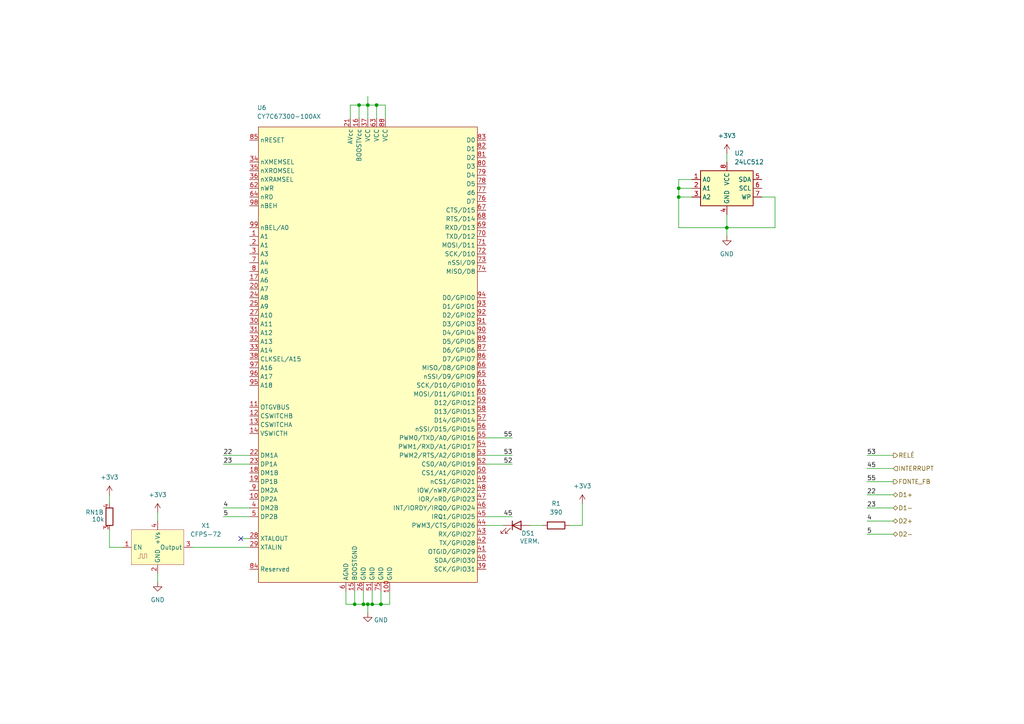
<source format=kicad_sch>
(kicad_sch
	(version 20231120)
	(generator "eeschema")
	(generator_version "8.0")
	(uuid "ee4a0a08-c22e-4baf-8800-937d63a91cef")
	(paper "A4")
	(title_block
		(title "FDU3")
		(date "2024-07-20")
		(rev "V1.0")
		(company "MASP Eletrônica")
		(comment 1 "Author: Eric S. F. Roseiro")
	)
	(lib_symbols
		(symbol "CY7C67300:CY7C67300-100AX"
			(exclude_from_sim no)
			(in_bom yes)
			(on_board yes)
			(property "Reference" "U6"
				(at 1.016 5.588 0)
				(effects
					(font
						(size 1.27 1.27)
					)
				)
			)
			(property "Value" "CY7C67300-100AX"
				(at 8.89 3.048 0)
				(effects
					(font
						(size 1.27 1.27)
					)
				)
			)
			(property "Footprint" ""
				(at -5.08 -7.62 0)
				(effects
					(font
						(size 1.27 1.27)
					)
					(hide yes)
				)
			)
			(property "Datasheet" ""
				(at -5.08 -7.62 0)
				(effects
					(font
						(size 1.27 1.27)
					)
					(hide yes)
				)
			)
			(property "Description" ""
				(at -5.08 -7.62 0)
				(effects
					(font
						(size 1.27 1.27)
					)
					(hide yes)
				)
			)
			(symbol "CY7C67300-100AX_0_0"
				(pin bidirectional line
					(at -2.54 -107.95 0)
					(length 2.54)
					(name "DP2A"
						(effects
							(font
								(size 1.27 1.27)
							)
						)
					)
					(number "10"
						(effects
							(font
								(size 1.27 1.27)
							)
						)
					)
				)
				(pin bidirectional line
					(at -2.54 -81.28 0)
					(length 2.54)
					(name "OTGVBUS"
						(effects
							(font
								(size 1.27 1.27)
							)
						)
					)
					(number "11"
						(effects
							(font
								(size 1.27 1.27)
							)
						)
					)
				)
				(pin unspecified line
					(at -2.54 -83.82 0)
					(length 2.54)
					(name "CSWITCHB"
						(effects
							(font
								(size 1.27 1.27)
							)
						)
					)
					(number "12"
						(effects
							(font
								(size 1.27 1.27)
							)
						)
					)
				)
				(pin unspecified line
					(at -2.54 -86.36 0)
					(length 2.54)
					(name "CSWITCHA"
						(effects
							(font
								(size 1.27 1.27)
							)
						)
					)
					(number "13"
						(effects
							(font
								(size 1.27 1.27)
							)
						)
					)
				)
				(pin output line
					(at -2.54 -88.9 0)
					(length 2.54)
					(name "VSWICTH"
						(effects
							(font
								(size 1.27 1.27)
							)
						)
					)
					(number "14"
						(effects
							(font
								(size 1.27 1.27)
							)
						)
					)
				)
				(pin unspecified line
					(at 29.21 2.54 270)
					(length 2.54)
					(name "BOOSTVcc"
						(effects
							(font
								(size 1.27 1.27)
							)
						)
					)
					(number "16"
						(effects
							(font
								(size 1.27 1.27)
							)
						)
					)
				)
				(pin bidirectional line
					(at -2.54 -100.33 0)
					(length 2.54)
					(name "DM1B"
						(effects
							(font
								(size 1.27 1.27)
							)
						)
					)
					(number "18"
						(effects
							(font
								(size 1.27 1.27)
							)
						)
					)
				)
				(pin bidirectional line
					(at -2.54 -102.87 0)
					(length 2.54)
					(name "DP1B"
						(effects
							(font
								(size 1.27 1.27)
							)
						)
					)
					(number "19"
						(effects
							(font
								(size 1.27 1.27)
							)
						)
					)
				)
				(pin unspecified line
					(at 26.67 2.54 270)
					(length 2.54)
					(name "AVcc"
						(effects
							(font
								(size 1.27 1.27)
							)
						)
					)
					(number "21"
						(effects
							(font
								(size 1.27 1.27)
							)
						)
					)
				)
				(pin output line
					(at -2.54 -10.16 0)
					(length 2.54)
					(name "nXMEMSEL"
						(effects
							(font
								(size 1.27 1.27)
							)
						)
					)
					(number "34"
						(effects
							(font
								(size 1.27 1.27)
							)
						)
					)
				)
				(pin output line
					(at -2.54 -12.7 0)
					(length 2.54)
					(name "nXROMSEL"
						(effects
							(font
								(size 1.27 1.27)
							)
						)
					)
					(number "35"
						(effects
							(font
								(size 1.27 1.27)
							)
						)
					)
				)
				(pin output line
					(at -2.54 -15.24 0)
					(length 2.54)
					(name "nXRAMSEL"
						(effects
							(font
								(size 1.27 1.27)
							)
						)
					)
					(number "36"
						(effects
							(font
								(size 1.27 1.27)
							)
						)
					)
				)
				(pin bidirectional line
					(at 66.04 -125.73 180)
					(length 2.54)
					(name "SDA/GPIO30"
						(effects
							(font
								(size 1.27 1.27)
							)
						)
					)
					(number "40"
						(effects
							(font
								(size 1.27 1.27)
							)
						)
					)
				)
				(pin bidirectional line
					(at 66.04 -123.19 180)
					(length 2.54)
					(name "OTGID/GPIO29"
						(effects
							(font
								(size 1.27 1.27)
							)
						)
					)
					(number "41"
						(effects
							(font
								(size 1.27 1.27)
							)
						)
					)
				)
				(pin bidirectional line
					(at 66.04 -120.65 180)
					(length 2.54)
					(name "TX/GPIO28"
						(effects
							(font
								(size 1.27 1.27)
							)
						)
					)
					(number "42"
						(effects
							(font
								(size 1.27 1.27)
							)
						)
					)
				)
				(pin bidirectional line
					(at 66.04 -118.11 180)
					(length 2.54)
					(name "RX/GPIO27"
						(effects
							(font
								(size 1.27 1.27)
							)
						)
					)
					(number "43"
						(effects
							(font
								(size 1.27 1.27)
							)
						)
					)
				)
				(pin bidirectional line
					(at 66.04 -115.57 180)
					(length 2.54)
					(name "PWM3/CTS/GPIO26"
						(effects
							(font
								(size 1.27 1.27)
							)
						)
					)
					(number "44"
						(effects
							(font
								(size 1.27 1.27)
							)
						)
					)
				)
				(pin bidirectional line
					(at 66.04 -110.49 180)
					(length 2.54)
					(name "INT/IORDY/IRQ0/GPIO24"
						(effects
							(font
								(size 1.27 1.27)
							)
						)
					)
					(number "46"
						(effects
							(font
								(size 1.27 1.27)
							)
						)
					)
				)
				(pin bidirectional line
					(at 66.04 -107.95 180)
					(length 2.54)
					(name "IOR/nRD/GPIO23"
						(effects
							(font
								(size 1.27 1.27)
							)
						)
					)
					(number "47"
						(effects
							(font
								(size 1.27 1.27)
							)
						)
					)
				)
				(pin bidirectional line
					(at 66.04 -105.41 180)
					(length 2.54)
					(name "IOW/nWR/GPIO22"
						(effects
							(font
								(size 1.27 1.27)
							)
						)
					)
					(number "48"
						(effects
							(font
								(size 1.27 1.27)
							)
						)
					)
				)
				(pin bidirectional line
					(at 66.04 -102.87 180)
					(length 2.54)
					(name "nCS1/GPIO21"
						(effects
							(font
								(size 1.27 1.27)
							)
						)
					)
					(number "49"
						(effects
							(font
								(size 1.27 1.27)
							)
						)
					)
				)
				(pin bidirectional line
					(at 66.04 -100.33 180)
					(length 2.54)
					(name "CS1/A1/GPIO20"
						(effects
							(font
								(size 1.27 1.27)
							)
						)
					)
					(number "50"
						(effects
							(font
								(size 1.27 1.27)
							)
						)
					)
				)
				(pin bidirectional line
					(at 66.04 -92.71 180)
					(length 2.54)
					(name "PWM1/RXD/A1/GPIO17"
						(effects
							(font
								(size 1.27 1.27)
							)
						)
					)
					(number "54"
						(effects
							(font
								(size 1.27 1.27)
							)
						)
					)
				)
				(pin bidirectional line
					(at 66.04 -87.63 180)
					(length 2.54)
					(name "nSSI/D15/GPIO15"
						(effects
							(font
								(size 1.27 1.27)
							)
						)
					)
					(number "56"
						(effects
							(font
								(size 1.27 1.27)
							)
						)
					)
				)
				(pin bidirectional line
					(at 66.04 -85.09 180)
					(length 2.54)
					(name "D14/GPIO14"
						(effects
							(font
								(size 1.27 1.27)
							)
						)
					)
					(number "57"
						(effects
							(font
								(size 1.27 1.27)
							)
						)
					)
				)
				(pin bidirectional line
					(at 66.04 -82.55 180)
					(length 2.54)
					(name "D13/GPIO13"
						(effects
							(font
								(size 1.27 1.27)
							)
						)
					)
					(number "58"
						(effects
							(font
								(size 1.27 1.27)
							)
						)
					)
				)
				(pin bidirectional line
					(at 66.04 -80.01 180)
					(length 2.54)
					(name "D12/GPIO12"
						(effects
							(font
								(size 1.27 1.27)
							)
						)
					)
					(number "59"
						(effects
							(font
								(size 1.27 1.27)
							)
						)
					)
				)
				(pin unspecified line
					(at 25.4 -134.62 90)
					(length 2.54)
					(name "AGND"
						(effects
							(font
								(size 1.27 1.27)
							)
						)
					)
					(number "6"
						(effects
							(font
								(size 1.27 1.27)
							)
						)
					)
				)
				(pin bidirectional line
					(at 66.04 -77.47 180)
					(length 2.54)
					(name "MOSI/D11/GPIO11"
						(effects
							(font
								(size 1.27 1.27)
							)
						)
					)
					(number "60"
						(effects
							(font
								(size 1.27 1.27)
							)
						)
					)
				)
				(pin bidirectional line
					(at 66.04 -74.93 180)
					(length 2.54)
					(name "SCK/D10/GPIO10"
						(effects
							(font
								(size 1.27 1.27)
							)
						)
					)
					(number "61"
						(effects
							(font
								(size 1.27 1.27)
							)
						)
					)
				)
				(pin output line
					(at -2.54 -17.78 0)
					(length 2.54)
					(name "nWR"
						(effects
							(font
								(size 1.27 1.27)
							)
						)
					)
					(number "62"
						(effects
							(font
								(size 1.27 1.27)
							)
						)
					)
				)
				(pin output line
					(at -2.54 -20.32 0)
					(length 2.54)
					(name "nRD"
						(effects
							(font
								(size 1.27 1.27)
							)
						)
					)
					(number "64"
						(effects
							(font
								(size 1.27 1.27)
							)
						)
					)
				)
				(pin bidirectional line
					(at 66.04 -72.39 180)
					(length 2.54)
					(name "nSSI/D9/GPIO9"
						(effects
							(font
								(size 1.27 1.27)
							)
						)
					)
					(number "65"
						(effects
							(font
								(size 1.27 1.27)
							)
						)
					)
				)
				(pin bidirectional line
					(at 66.04 -69.85 180)
					(length 2.54)
					(name "MISO/D8/GPIO8"
						(effects
							(font
								(size 1.27 1.27)
							)
						)
					)
					(number "66"
						(effects
							(font
								(size 1.27 1.27)
							)
						)
					)
				)
				(pin bidirectional line
					(at 66.04 -24.13 180)
					(length 2.54)
					(name "CTS/D15"
						(effects
							(font
								(size 1.27 1.27)
							)
						)
					)
					(number "67"
						(effects
							(font
								(size 1.27 1.27)
							)
						)
					)
				)
				(pin bidirectional line
					(at 66.04 -26.67 180)
					(length 2.54)
					(name "RTS/D14"
						(effects
							(font
								(size 1.27 1.27)
							)
						)
					)
					(number "68"
						(effects
							(font
								(size 1.27 1.27)
							)
						)
					)
				)
				(pin bidirectional line
					(at 66.04 -29.21 180)
					(length 2.54)
					(name "RXD/D13"
						(effects
							(font
								(size 1.27 1.27)
							)
						)
					)
					(number "69"
						(effects
							(font
								(size 1.27 1.27)
							)
						)
					)
				)
				(pin bidirectional line
					(at 66.04 -31.75 180)
					(length 2.54)
					(name "TXD/D12"
						(effects
							(font
								(size 1.27 1.27)
							)
						)
					)
					(number "70"
						(effects
							(font
								(size 1.27 1.27)
							)
						)
					)
				)
				(pin bidirectional line
					(at 66.04 -36.83 180)
					(length 2.54)
					(name "SCK/D10"
						(effects
							(font
								(size 1.27 1.27)
							)
						)
					)
					(number "72"
						(effects
							(font
								(size 1.27 1.27)
							)
						)
					)
				)
				(pin bidirectional line
					(at 66.04 -39.37 180)
					(length 2.54)
					(name "nSSI/D9"
						(effects
							(font
								(size 1.27 1.27)
							)
						)
					)
					(number "73"
						(effects
							(font
								(size 1.27 1.27)
							)
						)
					)
				)
				(pin bidirectional line
					(at 66.04 -41.91 180)
					(length 2.54)
					(name "MISO/D8"
						(effects
							(font
								(size 1.27 1.27)
							)
						)
					)
					(number "74"
						(effects
							(font
								(size 1.27 1.27)
							)
						)
					)
				)
				(pin bidirectional line
					(at 66.04 -21.59 180)
					(length 2.54)
					(name "D7"
						(effects
							(font
								(size 1.27 1.27)
							)
						)
					)
					(number "76"
						(effects
							(font
								(size 1.27 1.27)
							)
						)
					)
				)
				(pin bidirectional line
					(at 66.04 -19.05 180)
					(length 2.54)
					(name "d6"
						(effects
							(font
								(size 1.27 1.27)
							)
						)
					)
					(number "77"
						(effects
							(font
								(size 1.27 1.27)
							)
						)
					)
				)
				(pin bidirectional line
					(at 66.04 -16.51 180)
					(length 2.54)
					(name "D5"
						(effects
							(font
								(size 1.27 1.27)
							)
						)
					)
					(number "78"
						(effects
							(font
								(size 1.27 1.27)
							)
						)
					)
				)
				(pin bidirectional line
					(at 66.04 -13.97 180)
					(length 2.54)
					(name "D4"
						(effects
							(font
								(size 1.27 1.27)
							)
						)
					)
					(number "79"
						(effects
							(font
								(size 1.27 1.27)
							)
						)
					)
				)
				(pin bidirectional line
					(at 66.04 -11.43 180)
					(length 2.54)
					(name "D3"
						(effects
							(font
								(size 1.27 1.27)
							)
						)
					)
					(number "80"
						(effects
							(font
								(size 1.27 1.27)
							)
						)
					)
				)
				(pin bidirectional line
					(at 66.04 -8.89 180)
					(length 2.54)
					(name "D2"
						(effects
							(font
								(size 1.27 1.27)
							)
						)
					)
					(number "81"
						(effects
							(font
								(size 1.27 1.27)
							)
						)
					)
				)
				(pin unspecified line
					(at -2.54 -128.27 0)
					(length 2.54)
					(name "Reserved"
						(effects
							(font
								(size 1.27 1.27)
							)
						)
					)
					(number "84"
						(effects
							(font
								(size 1.27 1.27)
							)
						)
					)
				)
				(pin input line
					(at -2.54 -3.81 0)
					(length 2.54)
					(name "nRESET"
						(effects
							(font
								(size 1.27 1.27)
							)
						)
					)
					(number "85"
						(effects
							(font
								(size 1.27 1.27)
							)
						)
					)
				)
				(pin bidirectional line
					(at 66.04 -67.31 180)
					(length 2.54)
					(name "D7/GPIO7"
						(effects
							(font
								(size 1.27 1.27)
							)
						)
					)
					(number "86"
						(effects
							(font
								(size 1.27 1.27)
							)
						)
					)
				)
				(pin bidirectional line
					(at 66.04 -64.77 180)
					(length 2.54)
					(name "D6/GPIO6"
						(effects
							(font
								(size 1.27 1.27)
							)
						)
					)
					(number "87"
						(effects
							(font
								(size 1.27 1.27)
							)
						)
					)
				)
				(pin bidirectional line
					(at 66.04 -62.23 180)
					(length 2.54)
					(name "D5/GPIO5"
						(effects
							(font
								(size 1.27 1.27)
							)
						)
					)
					(number "89"
						(effects
							(font
								(size 1.27 1.27)
							)
						)
					)
				)
				(pin bidirectional line
					(at -2.54 -105.41 0)
					(length 2.54)
					(name "DM2A"
						(effects
							(font
								(size 1.27 1.27)
							)
						)
					)
					(number "9"
						(effects
							(font
								(size 1.27 1.27)
							)
						)
					)
				)
				(pin bidirectional line
					(at 66.04 -59.69 180)
					(length 2.54)
					(name "D4/GPIO4"
						(effects
							(font
								(size 1.27 1.27)
							)
						)
					)
					(number "90"
						(effects
							(font
								(size 1.27 1.27)
							)
						)
					)
				)
				(pin bidirectional line
					(at 66.04 -57.15 180)
					(length 2.54)
					(name "D3/GPIO3"
						(effects
							(font
								(size 1.27 1.27)
							)
						)
					)
					(number "91"
						(effects
							(font
								(size 1.27 1.27)
							)
						)
					)
				)
				(pin bidirectional line
					(at 66.04 -54.61 180)
					(length 2.54)
					(name "D2/GPIO2"
						(effects
							(font
								(size 1.27 1.27)
							)
						)
					)
					(number "92"
						(effects
							(font
								(size 1.27 1.27)
							)
						)
					)
				)
				(pin bidirectional line
					(at 66.04 -52.07 180)
					(length 2.54)
					(name "D1/GPIO1"
						(effects
							(font
								(size 1.27 1.27)
							)
						)
					)
					(number "93"
						(effects
							(font
								(size 1.27 1.27)
							)
						)
					)
				)
				(pin bidirectional line
					(at 66.04 -49.53 180)
					(length 2.54)
					(name "D0/GPIO0"
						(effects
							(font
								(size 1.27 1.27)
							)
						)
					)
					(number "94"
						(effects
							(font
								(size 1.27 1.27)
							)
						)
					)
				)
				(pin output line
					(at -2.54 -22.86 0)
					(length 2.54)
					(name "nBEH"
						(effects
							(font
								(size 1.27 1.27)
							)
						)
					)
					(number "98"
						(effects
							(font
								(size 1.27 1.27)
							)
						)
					)
				)
			)
			(symbol "CY7C67300-100AX_0_1"
				(rectangle
					(start 0 0)
					(end 63.5 -132.08)
					(stroke
						(width 0)
						(type default)
					)
					(fill
						(type background)
					)
				)
			)
			(symbol "CY7C67300-100AX_1_0"
				(pin output line
					(at -2.54 -31.75 0)
					(length 2.54)
					(name "A1"
						(effects
							(font
								(size 1.27 1.27)
							)
						)
					)
					(number "1"
						(effects
							(font
								(size 1.27 1.27)
							)
						)
					)
				)
				(pin unspecified line
					(at 38.1 -134.62 90)
					(length 2.54)
					(name "GND"
						(effects
							(font
								(size 1.27 1.27)
							)
						)
					)
					(number "100"
						(effects
							(font
								(size 1.27 1.27)
							)
						)
					)
				)
				(pin unspecified line
					(at 27.94 -134.62 90)
					(length 2.54)
					(name "BOOSTGND"
						(effects
							(font
								(size 1.27 1.27)
							)
						)
					)
					(number "15"
						(effects
							(font
								(size 1.27 1.27)
							)
						)
					)
				)
				(pin output line
					(at -2.54 -44.45 0)
					(length 2.54)
					(name "A6"
						(effects
							(font
								(size 1.27 1.27)
							)
						)
					)
					(number "17"
						(effects
							(font
								(size 1.27 1.27)
							)
						)
					)
				)
				(pin output line
					(at -2.54 -34.29 0)
					(length 2.54)
					(name "A1"
						(effects
							(font
								(size 1.27 1.27)
							)
						)
					)
					(number "2"
						(effects
							(font
								(size 1.27 1.27)
							)
						)
					)
				)
				(pin output line
					(at -2.54 -46.99 0)
					(length 2.54)
					(name "A7"
						(effects
							(font
								(size 1.27 1.27)
							)
						)
					)
					(number "20"
						(effects
							(font
								(size 1.27 1.27)
							)
						)
					)
				)
				(pin bidirectional line
					(at -2.54 -95.25 0)
					(length 2.54)
					(name "DM1A"
						(effects
							(font
								(size 1.27 1.27)
							)
						)
					)
					(number "22"
						(effects
							(font
								(size 1.27 1.27)
							)
						)
					)
				)
				(pin bidirectional line
					(at -2.54 -97.79 0)
					(length 2.54)
					(name "DP1A"
						(effects
							(font
								(size 1.27 1.27)
							)
						)
					)
					(number "23"
						(effects
							(font
								(size 1.27 1.27)
							)
						)
					)
				)
				(pin output line
					(at -2.54 -49.53 0)
					(length 2.54)
					(name "A8"
						(effects
							(font
								(size 1.27 1.27)
							)
						)
					)
					(number "24"
						(effects
							(font
								(size 1.27 1.27)
							)
						)
					)
				)
				(pin output line
					(at -2.54 -52.07 0)
					(length 2.54)
					(name "A9"
						(effects
							(font
								(size 1.27 1.27)
							)
						)
					)
					(number "25"
						(effects
							(font
								(size 1.27 1.27)
							)
						)
					)
				)
				(pin unspecified line
					(at 30.48 -134.62 90)
					(length 2.54)
					(name "GND"
						(effects
							(font
								(size 1.27 1.27)
							)
						)
					)
					(number "26"
						(effects
							(font
								(size 1.27 1.27)
							)
						)
					)
				)
				(pin output line
					(at -2.54 -54.61 0)
					(length 2.54)
					(name "A10"
						(effects
							(font
								(size 1.27 1.27)
							)
						)
					)
					(number "27"
						(effects
							(font
								(size 1.27 1.27)
							)
						)
					)
				)
				(pin output line
					(at -2.54 -119.38 0)
					(length 2.54)
					(name "XTALOUT"
						(effects
							(font
								(size 1.27 1.27)
							)
						)
					)
					(number "28"
						(effects
							(font
								(size 1.27 1.27)
							)
						)
					)
				)
				(pin input line
					(at -2.54 -121.92 0)
					(length 2.54)
					(name "XTALIN"
						(effects
							(font
								(size 1.27 1.27)
							)
						)
					)
					(number "29"
						(effects
							(font
								(size 1.27 1.27)
							)
						)
					)
				)
				(pin output line
					(at -2.54 -36.83 0)
					(length 2.54)
					(name "A3"
						(effects
							(font
								(size 1.27 1.27)
							)
						)
					)
					(number "3"
						(effects
							(font
								(size 1.27 1.27)
							)
						)
					)
				)
				(pin output line
					(at -2.54 -57.15 0)
					(length 2.54)
					(name "A11"
						(effects
							(font
								(size 1.27 1.27)
							)
						)
					)
					(number "30"
						(effects
							(font
								(size 1.27 1.27)
							)
						)
					)
				)
				(pin output line
					(at -2.54 -59.69 0)
					(length 2.54)
					(name "A12"
						(effects
							(font
								(size 1.27 1.27)
							)
						)
					)
					(number "31"
						(effects
							(font
								(size 1.27 1.27)
							)
						)
					)
				)
				(pin output line
					(at -2.54 -62.23 0)
					(length 2.54)
					(name "A13"
						(effects
							(font
								(size 1.27 1.27)
							)
						)
					)
					(number "32"
						(effects
							(font
								(size 1.27 1.27)
							)
						)
					)
				)
				(pin output line
					(at -2.54 -64.77 0)
					(length 2.54)
					(name "A14"
						(effects
							(font
								(size 1.27 1.27)
							)
						)
					)
					(number "33"
						(effects
							(font
								(size 1.27 1.27)
							)
						)
					)
				)
				(pin unspecified line
					(at 31.75 2.54 270)
					(length 2.54)
					(name "VCC"
						(effects
							(font
								(size 1.27 1.27)
							)
						)
					)
					(number "37"
						(effects
							(font
								(size 1.27 1.27)
							)
						)
					)
				)
				(pin bidirectional line
					(at -2.54 -67.31 0)
					(length 2.54)
					(name "CLKSEL/A15"
						(effects
							(font
								(size 1.27 1.27)
							)
						)
					)
					(number "38"
						(effects
							(font
								(size 1.27 1.27)
							)
						)
					)
				)
				(pin bidirectional line
					(at 66.04 -128.27 180)
					(length 2.54)
					(name "SCK/GPIO31"
						(effects
							(font
								(size 1.27 1.27)
							)
						)
					)
					(number "39"
						(effects
							(font
								(size 1.27 1.27)
							)
						)
					)
				)
				(pin bidirectional line
					(at -2.54 -110.49 0)
					(length 2.54)
					(name "DM2B"
						(effects
							(font
								(size 1.27 1.27)
							)
						)
					)
					(number "4"
						(effects
							(font
								(size 1.27 1.27)
							)
						)
					)
				)
				(pin bidirectional line
					(at 66.04 -113.03 180)
					(length 2.54)
					(name "IRQ1/GPIO25"
						(effects
							(font
								(size 1.27 1.27)
							)
						)
					)
					(number "45"
						(effects
							(font
								(size 1.27 1.27)
							)
						)
					)
				)
				(pin bidirectional line
					(at -2.54 -113.03 0)
					(length 2.54)
					(name "DP2B"
						(effects
							(font
								(size 1.27 1.27)
							)
						)
					)
					(number "5"
						(effects
							(font
								(size 1.27 1.27)
							)
						)
					)
				)
				(pin unspecified line
					(at 33.02 -134.62 90)
					(length 2.54)
					(name "GND"
						(effects
							(font
								(size 1.27 1.27)
							)
						)
					)
					(number "51"
						(effects
							(font
								(size 1.27 1.27)
							)
						)
					)
				)
				(pin bidirectional line
					(at 66.04 -97.79 180)
					(length 2.54)
					(name "CS0/A0/GPIO19"
						(effects
							(font
								(size 1.27 1.27)
							)
						)
					)
					(number "52"
						(effects
							(font
								(size 1.27 1.27)
							)
						)
					)
				)
				(pin bidirectional line
					(at 66.04 -95.25 180)
					(length 2.54)
					(name "PWM2/RTS/A2/GPIO18"
						(effects
							(font
								(size 1.27 1.27)
							)
						)
					)
					(number "53"
						(effects
							(font
								(size 1.27 1.27)
							)
						)
					)
				)
				(pin bidirectional line
					(at 66.04 -90.17 180)
					(length 2.54)
					(name "PWM0/TXD/A0/GPIO16"
						(effects
							(font
								(size 1.27 1.27)
							)
						)
					)
					(number "55"
						(effects
							(font
								(size 1.27 1.27)
							)
						)
					)
				)
				(pin unspecified line
					(at 34.29 2.54 270)
					(length 2.54)
					(name "VCC"
						(effects
							(font
								(size 1.27 1.27)
							)
						)
					)
					(number "63"
						(effects
							(font
								(size 1.27 1.27)
							)
						)
					)
				)
				(pin output line
					(at -2.54 -39.37 0)
					(length 2.54)
					(name "A4"
						(effects
							(font
								(size 1.27 1.27)
							)
						)
					)
					(number "7"
						(effects
							(font
								(size 1.27 1.27)
							)
						)
					)
				)
				(pin bidirectional line
					(at 66.04 -34.29 180)
					(length 2.54)
					(name "MOSI/D11"
						(effects
							(font
								(size 1.27 1.27)
							)
						)
					)
					(number "71"
						(effects
							(font
								(size 1.27 1.27)
							)
						)
					)
				)
				(pin unspecified line
					(at 35.56 -134.62 90)
					(length 2.54)
					(name "GND"
						(effects
							(font
								(size 1.27 1.27)
							)
						)
					)
					(number "75"
						(effects
							(font
								(size 1.27 1.27)
							)
						)
					)
				)
				(pin output line
					(at -2.54 -41.91 0)
					(length 2.54)
					(name "A5"
						(effects
							(font
								(size 1.27 1.27)
							)
						)
					)
					(number "8"
						(effects
							(font
								(size 1.27 1.27)
							)
						)
					)
				)
				(pin bidirectional line
					(at 66.04 -6.35 180)
					(length 2.54)
					(name "D1"
						(effects
							(font
								(size 1.27 1.27)
							)
						)
					)
					(number "82"
						(effects
							(font
								(size 1.27 1.27)
							)
						)
					)
				)
				(pin bidirectional line
					(at 66.04 -3.81 180)
					(length 2.54)
					(name "D0"
						(effects
							(font
								(size 1.27 1.27)
							)
						)
					)
					(number "83"
						(effects
							(font
								(size 1.27 1.27)
							)
						)
					)
				)
				(pin unspecified line
					(at 36.83 2.54 270)
					(length 2.54)
					(name "VCC"
						(effects
							(font
								(size 1.27 1.27)
							)
						)
					)
					(number "88"
						(effects
							(font
								(size 1.27 1.27)
							)
						)
					)
				)
				(pin output line
					(at -2.54 -74.93 0)
					(length 2.54)
					(name "A18"
						(effects
							(font
								(size 1.27 1.27)
							)
						)
					)
					(number "95"
						(effects
							(font
								(size 1.27 1.27)
							)
						)
					)
				)
				(pin output line
					(at -2.54 -72.39 0)
					(length 2.54)
					(name "A17"
						(effects
							(font
								(size 1.27 1.27)
							)
						)
					)
					(number "96"
						(effects
							(font
								(size 1.27 1.27)
							)
						)
					)
				)
				(pin output line
					(at -2.54 -69.85 0)
					(length 2.54)
					(name "A16"
						(effects
							(font
								(size 1.27 1.27)
							)
						)
					)
					(number "97"
						(effects
							(font
								(size 1.27 1.27)
							)
						)
					)
				)
				(pin output line
					(at -2.54 -29.21 0)
					(length 2.54)
					(name "nBEL/A0"
						(effects
							(font
								(size 1.27 1.27)
							)
						)
					)
					(number "99"
						(effects
							(font
								(size 1.27 1.27)
							)
						)
					)
				)
			)
		)
		(symbol "Device:LED"
			(pin_numbers hide)
			(pin_names
				(offset 1.016) hide)
			(exclude_from_sim no)
			(in_bom yes)
			(on_board yes)
			(property "Reference" "D"
				(at 0 2.54 0)
				(effects
					(font
						(size 1.27 1.27)
					)
				)
			)
			(property "Value" "LED"
				(at 0 -2.54 0)
				(effects
					(font
						(size 1.27 1.27)
					)
				)
			)
			(property "Footprint" ""
				(at 0 0 0)
				(effects
					(font
						(size 1.27 1.27)
					)
					(hide yes)
				)
			)
			(property "Datasheet" "~"
				(at 0 0 0)
				(effects
					(font
						(size 1.27 1.27)
					)
					(hide yes)
				)
			)
			(property "Description" "Light emitting diode"
				(at 0 0 0)
				(effects
					(font
						(size 1.27 1.27)
					)
					(hide yes)
				)
			)
			(property "ki_keywords" "LED diode"
				(at 0 0 0)
				(effects
					(font
						(size 1.27 1.27)
					)
					(hide yes)
				)
			)
			(property "ki_fp_filters" "LED* LED_SMD:* LED_THT:*"
				(at 0 0 0)
				(effects
					(font
						(size 1.27 1.27)
					)
					(hide yes)
				)
			)
			(symbol "LED_0_1"
				(polyline
					(pts
						(xy -1.27 -1.27) (xy -1.27 1.27)
					)
					(stroke
						(width 0.254)
						(type default)
					)
					(fill
						(type none)
					)
				)
				(polyline
					(pts
						(xy -1.27 0) (xy 1.27 0)
					)
					(stroke
						(width 0)
						(type default)
					)
					(fill
						(type none)
					)
				)
				(polyline
					(pts
						(xy 1.27 -1.27) (xy 1.27 1.27) (xy -1.27 0) (xy 1.27 -1.27)
					)
					(stroke
						(width 0.254)
						(type default)
					)
					(fill
						(type none)
					)
				)
				(polyline
					(pts
						(xy -3.048 -0.762) (xy -4.572 -2.286) (xy -3.81 -2.286) (xy -4.572 -2.286) (xy -4.572 -1.524)
					)
					(stroke
						(width 0)
						(type default)
					)
					(fill
						(type none)
					)
				)
				(polyline
					(pts
						(xy -1.778 -0.762) (xy -3.302 -2.286) (xy -2.54 -2.286) (xy -3.302 -2.286) (xy -3.302 -1.524)
					)
					(stroke
						(width 0)
						(type default)
					)
					(fill
						(type none)
					)
				)
			)
			(symbol "LED_1_1"
				(pin passive line
					(at -3.81 0 0)
					(length 2.54)
					(name "K"
						(effects
							(font
								(size 1.27 1.27)
							)
						)
					)
					(number "1"
						(effects
							(font
								(size 1.27 1.27)
							)
						)
					)
				)
				(pin passive line
					(at 3.81 0 180)
					(length 2.54)
					(name "A"
						(effects
							(font
								(size 1.27 1.27)
							)
						)
					)
					(number "2"
						(effects
							(font
								(size 1.27 1.27)
							)
						)
					)
				)
			)
		)
		(symbol "Device:R"
			(pin_numbers hide)
			(pin_names
				(offset 0)
			)
			(exclude_from_sim no)
			(in_bom yes)
			(on_board yes)
			(property "Reference" "R"
				(at 2.032 0 90)
				(effects
					(font
						(size 1.27 1.27)
					)
				)
			)
			(property "Value" "R"
				(at 0 0 90)
				(effects
					(font
						(size 1.27 1.27)
					)
				)
			)
			(property "Footprint" ""
				(at -1.778 0 90)
				(effects
					(font
						(size 1.27 1.27)
					)
					(hide yes)
				)
			)
			(property "Datasheet" "~"
				(at 0 0 0)
				(effects
					(font
						(size 1.27 1.27)
					)
					(hide yes)
				)
			)
			(property "Description" "Resistor"
				(at 0 0 0)
				(effects
					(font
						(size 1.27 1.27)
					)
					(hide yes)
				)
			)
			(property "ki_keywords" "R res resistor"
				(at 0 0 0)
				(effects
					(font
						(size 1.27 1.27)
					)
					(hide yes)
				)
			)
			(property "ki_fp_filters" "R_*"
				(at 0 0 0)
				(effects
					(font
						(size 1.27 1.27)
					)
					(hide yes)
				)
			)
			(symbol "R_0_1"
				(rectangle
					(start -1.016 -2.54)
					(end 1.016 2.54)
					(stroke
						(width 0.254)
						(type default)
					)
					(fill
						(type none)
					)
				)
			)
			(symbol "R_1_1"
				(pin passive line
					(at 0 3.81 270)
					(length 1.27)
					(name "~"
						(effects
							(font
								(size 1.27 1.27)
							)
						)
					)
					(number "1"
						(effects
							(font
								(size 1.27 1.27)
							)
						)
					)
				)
				(pin passive line
					(at 0 -3.81 90)
					(length 1.27)
					(name "~"
						(effects
							(font
								(size 1.27 1.27)
							)
						)
					)
					(number "2"
						(effects
							(font
								(size 1.27 1.27)
							)
						)
					)
				)
			)
		)
		(symbol "Device:R_Pack04_SIP_Split"
			(pin_names
				(offset 0) hide)
			(exclude_from_sim no)
			(in_bom yes)
			(on_board yes)
			(property "Reference" "RN"
				(at 2.032 0 90)
				(effects
					(font
						(size 1.27 1.27)
					)
				)
			)
			(property "Value" "R_Pack04_SIP_Split"
				(at 0 0 90)
				(effects
					(font
						(size 1.27 1.27)
					)
				)
			)
			(property "Footprint" "Resistor_THT:R_Array_SIP8"
				(at -2.032 0 90)
				(effects
					(font
						(size 1.27 1.27)
					)
					(hide yes)
				)
			)
			(property "Datasheet" "http://www.vishay.com/docs/31509/csc.pdf"
				(at 0 0 0)
				(effects
					(font
						(size 1.27 1.27)
					)
					(hide yes)
				)
			)
			(property "Description" "4 resistor network, parallel topology, SIP package, split"
				(at 0 0 0)
				(effects
					(font
						(size 1.27 1.27)
					)
					(hide yes)
				)
			)
			(property "ki_keywords" "R network parallel topology isolated"
				(at 0 0 0)
				(effects
					(font
						(size 1.27 1.27)
					)
					(hide yes)
				)
			)
			(property "ki_fp_filters" "R?Array?SIP*"
				(at 0 0 0)
				(effects
					(font
						(size 1.27 1.27)
					)
					(hide yes)
				)
			)
			(symbol "R_Pack04_SIP_Split_0_1"
				(rectangle
					(start 1.016 2.54)
					(end -1.016 -2.54)
					(stroke
						(width 0.254)
						(type default)
					)
					(fill
						(type none)
					)
				)
			)
			(symbol "R_Pack04_SIP_Split_1_1"
				(pin passive line
					(at 0 -3.81 90)
					(length 1.27)
					(name "R1.1"
						(effects
							(font
								(size 1.27 1.27)
							)
						)
					)
					(number "1"
						(effects
							(font
								(size 1.27 1.27)
							)
						)
					)
				)
				(pin passive line
					(at 0 3.81 270)
					(length 1.27)
					(name "R1.2"
						(effects
							(font
								(size 1.27 1.27)
							)
						)
					)
					(number "2"
						(effects
							(font
								(size 1.27 1.27)
							)
						)
					)
				)
			)
			(symbol "R_Pack04_SIP_Split_2_1"
				(pin passive line
					(at 0 -3.81 90)
					(length 1.27)
					(name "R2.1"
						(effects
							(font
								(size 1.27 1.27)
							)
						)
					)
					(number "3"
						(effects
							(font
								(size 1.27 1.27)
							)
						)
					)
				)
				(pin passive line
					(at 0 3.81 270)
					(length 1.27)
					(name "R2.2"
						(effects
							(font
								(size 1.27 1.27)
							)
						)
					)
					(number "4"
						(effects
							(font
								(size 1.27 1.27)
							)
						)
					)
				)
			)
			(symbol "R_Pack04_SIP_Split_3_1"
				(pin passive line
					(at 0 -3.81 90)
					(length 1.27)
					(name "R3.1"
						(effects
							(font
								(size 1.27 1.27)
							)
						)
					)
					(number "5"
						(effects
							(font
								(size 1.27 1.27)
							)
						)
					)
				)
				(pin passive line
					(at 0 3.81 270)
					(length 1.27)
					(name "R3.2"
						(effects
							(font
								(size 1.27 1.27)
							)
						)
					)
					(number "6"
						(effects
							(font
								(size 1.27 1.27)
							)
						)
					)
				)
			)
			(symbol "R_Pack04_SIP_Split_4_1"
				(pin passive line
					(at 0 -3.81 90)
					(length 1.27)
					(name "R4.1"
						(effects
							(font
								(size 1.27 1.27)
							)
						)
					)
					(number "7"
						(effects
							(font
								(size 1.27 1.27)
							)
						)
					)
				)
				(pin passive line
					(at 0 3.81 270)
					(length 1.27)
					(name "R4.2"
						(effects
							(font
								(size 1.27 1.27)
							)
						)
					)
					(number "8"
						(effects
							(font
								(size 1.27 1.27)
							)
						)
					)
				)
			)
		)
		(symbol "Memory_EEPROM:24LC512"
			(exclude_from_sim no)
			(in_bom yes)
			(on_board yes)
			(property "Reference" "U"
				(at -6.35 6.35 0)
				(effects
					(font
						(size 1.27 1.27)
					)
				)
			)
			(property "Value" "24LC512"
				(at 1.27 6.35 0)
				(effects
					(font
						(size 1.27 1.27)
					)
					(justify left)
				)
			)
			(property "Footprint" ""
				(at 0 0 0)
				(effects
					(font
						(size 1.27 1.27)
					)
					(hide yes)
				)
			)
			(property "Datasheet" "http://ww1.microchip.com/downloads/en/DeviceDoc/21754M.pdf"
				(at 0 0 0)
				(effects
					(font
						(size 1.27 1.27)
					)
					(hide yes)
				)
			)
			(property "Description" "I2C Serial EEPROM, 512Kb, DIP-8/SOIC-8/TSSOP-8/DFN-8"
				(at 0 0 0)
				(effects
					(font
						(size 1.27 1.27)
					)
					(hide yes)
				)
			)
			(property "ki_keywords" "I2C Serial EEPROM"
				(at 0 0 0)
				(effects
					(font
						(size 1.27 1.27)
					)
					(hide yes)
				)
			)
			(property "ki_fp_filters" "DIP*W7.62mm* SOIC*3.9x4.9mm* TSSOP*4.4x3mm*P0.65mm* DFN*3x2mm*P0.5mm*"
				(at 0 0 0)
				(effects
					(font
						(size 1.27 1.27)
					)
					(hide yes)
				)
			)
			(symbol "24LC512_1_1"
				(rectangle
					(start -7.62 5.08)
					(end 7.62 -5.08)
					(stroke
						(width 0.254)
						(type default)
					)
					(fill
						(type background)
					)
				)
				(pin input line
					(at -10.16 2.54 0)
					(length 2.54)
					(name "A0"
						(effects
							(font
								(size 1.27 1.27)
							)
						)
					)
					(number "1"
						(effects
							(font
								(size 1.27 1.27)
							)
						)
					)
				)
				(pin input line
					(at -10.16 0 0)
					(length 2.54)
					(name "A1"
						(effects
							(font
								(size 1.27 1.27)
							)
						)
					)
					(number "2"
						(effects
							(font
								(size 1.27 1.27)
							)
						)
					)
				)
				(pin input line
					(at -10.16 -2.54 0)
					(length 2.54)
					(name "A2"
						(effects
							(font
								(size 1.27 1.27)
							)
						)
					)
					(number "3"
						(effects
							(font
								(size 1.27 1.27)
							)
						)
					)
				)
				(pin power_in line
					(at 0 -7.62 90)
					(length 2.54)
					(name "GND"
						(effects
							(font
								(size 1.27 1.27)
							)
						)
					)
					(number "4"
						(effects
							(font
								(size 1.27 1.27)
							)
						)
					)
				)
				(pin bidirectional line
					(at 10.16 2.54 180)
					(length 2.54)
					(name "SDA"
						(effects
							(font
								(size 1.27 1.27)
							)
						)
					)
					(number "5"
						(effects
							(font
								(size 1.27 1.27)
							)
						)
					)
				)
				(pin input line
					(at 10.16 0 180)
					(length 2.54)
					(name "SCL"
						(effects
							(font
								(size 1.27 1.27)
							)
						)
					)
					(number "6"
						(effects
							(font
								(size 1.27 1.27)
							)
						)
					)
				)
				(pin input line
					(at 10.16 -2.54 180)
					(length 2.54)
					(name "WP"
						(effects
							(font
								(size 1.27 1.27)
							)
						)
					)
					(number "7"
						(effects
							(font
								(size 1.27 1.27)
							)
						)
					)
				)
				(pin power_in line
					(at 0 7.62 270)
					(length 2.54)
					(name "VCC"
						(effects
							(font
								(size 1.27 1.27)
							)
						)
					)
					(number "8"
						(effects
							(font
								(size 1.27 1.27)
							)
						)
					)
				)
			)
		)
		(symbol "Oscillator:CFPS-72"
			(exclude_from_sim no)
			(in_bom yes)
			(on_board yes)
			(property "Reference" "X"
				(at -6.35 6.35 0)
				(effects
					(font
						(size 1.27 1.27)
					)
				)
			)
			(property "Value" "CFPS-72"
				(at 6.35 6.35 0)
				(effects
					(font
						(size 1.27 1.27)
					)
				)
			)
			(property "Footprint" "Oscillator:Oscillator_SMD_IQD_IQXO70-4Pin_7.5x5.0mm"
				(at 2.54 0 0)
				(effects
					(font
						(size 1.27 1.27)
					)
					(hide yes)
				)
			)
			(property "Datasheet" "https://www.iqdfrequencyproducts.com/products/details/cfps-72-14-01.pdf"
				(at 2.54 0 0)
				(effects
					(font
						(size 1.27 1.27)
					)
					(hide yes)
				)
			)
			(property "Description" "500kHz-100MHz 5V Crystal Oscillator, IQD CFPS-72"
				(at 0 0 0)
				(effects
					(font
						(size 1.27 1.27)
					)
					(hide yes)
				)
			)
			(property "ki_keywords" "XO"
				(at 0 0 0)
				(effects
					(font
						(size 1.27 1.27)
					)
					(hide yes)
				)
			)
			(property "ki_fp_filters" "Oscillator*SMD*IQD*IQXO70*7.5x5.0mm*"
				(at 0 0 0)
				(effects
					(font
						(size 1.27 1.27)
					)
					(hide yes)
				)
			)
			(symbol "CFPS-72_0_1"
				(rectangle
					(start -7.62 5.08)
					(end 7.62 -5.08)
					(stroke
						(width 0.001)
						(type default)
					)
					(fill
						(type background)
					)
				)
				(polyline
					(pts
						(xy -5.715 -3.175) (xy -5.08 -3.175) (xy -5.08 -1.905) (xy -4.445 -1.905) (xy -4.445 -3.175) (xy -3.81 -3.175)
						(xy -3.81 -1.905) (xy -3.175 -1.905) (xy -3.175 -3.175)
					)
					(stroke
						(width 0.0005)
						(type default)
					)
					(fill
						(type none)
					)
				)
			)
			(symbol "CFPS-72_1_1"
				(pin input line
					(at -10.16 0 0)
					(length 2.54)
					(name "EN"
						(effects
							(font
								(size 1.27 1.27)
							)
						)
					)
					(number "1"
						(effects
							(font
								(size 1.27 1.27)
							)
						)
					)
				)
				(pin power_in line
					(at 0 -7.62 90)
					(length 2.54)
					(name "GND"
						(effects
							(font
								(size 1.27 1.27)
							)
						)
					)
					(number "2"
						(effects
							(font
								(size 1.27 1.27)
							)
						)
					)
				)
				(pin output line
					(at 10.16 0 180)
					(length 2.54)
					(name "Output"
						(effects
							(font
								(size 1.27 1.27)
							)
						)
					)
					(number "3"
						(effects
							(font
								(size 1.27 1.27)
							)
						)
					)
				)
				(pin power_in line
					(at 0 7.62 270)
					(length 2.54)
					(name "+Vs"
						(effects
							(font
								(size 1.27 1.27)
							)
						)
					)
					(number "4"
						(effects
							(font
								(size 1.27 1.27)
							)
						)
					)
				)
			)
		)
		(symbol "power:+3V3"
			(power)
			(pin_numbers hide)
			(pin_names
				(offset 0) hide)
			(exclude_from_sim no)
			(in_bom yes)
			(on_board yes)
			(property "Reference" "#PWR"
				(at 0 -3.81 0)
				(effects
					(font
						(size 1.27 1.27)
					)
					(hide yes)
				)
			)
			(property "Value" "+3V3"
				(at 0 3.556 0)
				(effects
					(font
						(size 1.27 1.27)
					)
				)
			)
			(property "Footprint" ""
				(at 0 0 0)
				(effects
					(font
						(size 1.27 1.27)
					)
					(hide yes)
				)
			)
			(property "Datasheet" ""
				(at 0 0 0)
				(effects
					(font
						(size 1.27 1.27)
					)
					(hide yes)
				)
			)
			(property "Description" "Power symbol creates a global label with name \"+3V3\""
				(at 0 0 0)
				(effects
					(font
						(size 1.27 1.27)
					)
					(hide yes)
				)
			)
			(property "ki_keywords" "global power"
				(at 0 0 0)
				(effects
					(font
						(size 1.27 1.27)
					)
					(hide yes)
				)
			)
			(symbol "+3V3_0_1"
				(polyline
					(pts
						(xy -0.762 1.27) (xy 0 2.54)
					)
					(stroke
						(width 0)
						(type default)
					)
					(fill
						(type none)
					)
				)
				(polyline
					(pts
						(xy 0 0) (xy 0 2.54)
					)
					(stroke
						(width 0)
						(type default)
					)
					(fill
						(type none)
					)
				)
				(polyline
					(pts
						(xy 0 2.54) (xy 0.762 1.27)
					)
					(stroke
						(width 0)
						(type default)
					)
					(fill
						(type none)
					)
				)
			)
			(symbol "+3V3_1_1"
				(pin power_in line
					(at 0 0 90)
					(length 0)
					(name "~"
						(effects
							(font
								(size 1.27 1.27)
							)
						)
					)
					(number "1"
						(effects
							(font
								(size 1.27 1.27)
							)
						)
					)
				)
			)
		)
		(symbol "power:GND"
			(power)
			(pin_numbers hide)
			(pin_names
				(offset 0) hide)
			(exclude_from_sim no)
			(in_bom yes)
			(on_board yes)
			(property "Reference" "#PWR"
				(at 0 -6.35 0)
				(effects
					(font
						(size 1.27 1.27)
					)
					(hide yes)
				)
			)
			(property "Value" "GND"
				(at 0 -3.81 0)
				(effects
					(font
						(size 1.27 1.27)
					)
				)
			)
			(property "Footprint" ""
				(at 0 0 0)
				(effects
					(font
						(size 1.27 1.27)
					)
					(hide yes)
				)
			)
			(property "Datasheet" ""
				(at 0 0 0)
				(effects
					(font
						(size 1.27 1.27)
					)
					(hide yes)
				)
			)
			(property "Description" "Power symbol creates a global label with name \"GND\" , ground"
				(at 0 0 0)
				(effects
					(font
						(size 1.27 1.27)
					)
					(hide yes)
				)
			)
			(property "ki_keywords" "global power"
				(at 0 0 0)
				(effects
					(font
						(size 1.27 1.27)
					)
					(hide yes)
				)
			)
			(symbol "GND_0_1"
				(polyline
					(pts
						(xy 0 0) (xy 0 -1.27) (xy 1.27 -1.27) (xy 0 -2.54) (xy -1.27 -1.27) (xy 0 -1.27)
					)
					(stroke
						(width 0)
						(type default)
					)
					(fill
						(type none)
					)
				)
			)
			(symbol "GND_1_1"
				(pin power_in line
					(at 0 0 270)
					(length 0)
					(name "~"
						(effects
							(font
								(size 1.27 1.27)
							)
						)
					)
					(number "1"
						(effects
							(font
								(size 1.27 1.27)
							)
						)
					)
				)
			)
		)
	)
	(junction
		(at 105.41 175.26)
		(diameter 0)
		(color 0 0 0 0)
		(uuid "09fbea6b-5464-4e71-b46a-9a400f2eb43a")
	)
	(junction
		(at 106.68 30.48)
		(diameter 0)
		(color 0 0 0 0)
		(uuid "17e556f4-16cc-4489-833b-791770fc9e0e")
	)
	(junction
		(at 106.68 175.26)
		(diameter 0)
		(color 0 0 0 0)
		(uuid "20024d46-770d-473b-aa27-2debdc816ad8")
	)
	(junction
		(at 196.85 57.15)
		(diameter 0)
		(color 0 0 0 0)
		(uuid "4285e275-3a3c-4ec0-90e6-0dbb2cff43f6")
	)
	(junction
		(at 104.14 30.48)
		(diameter 0)
		(color 0 0 0 0)
		(uuid "4bac703c-83a2-4ca3-90af-65d87dabdac3")
	)
	(junction
		(at 102.87 175.26)
		(diameter 0)
		(color 0 0 0 0)
		(uuid "7d0ebb21-1481-490e-8d94-3259c35ab8dd")
	)
	(junction
		(at 109.22 30.48)
		(diameter 0)
		(color 0 0 0 0)
		(uuid "80a32ced-c885-430e-94d7-07591567dff5")
	)
	(junction
		(at 110.49 175.26)
		(diameter 0)
		(color 0 0 0 0)
		(uuid "9bbfdedb-0f13-45e1-bdf6-430f9e94936d")
	)
	(junction
		(at 107.95 175.26)
		(diameter 0)
		(color 0 0 0 0)
		(uuid "a9ab77ce-c07b-4c25-9601-065dc25c94aa")
	)
	(junction
		(at 210.82 66.04)
		(diameter 0)
		(color 0 0 0 0)
		(uuid "cf29c4a2-606c-432a-a845-c06a54c729f4")
	)
	(junction
		(at 196.85 54.61)
		(diameter 0)
		(color 0 0 0 0)
		(uuid "ff2397bc-093f-4446-a5db-754acca13a6b")
	)
	(no_connect
		(at 69.85 156.21)
		(uuid "bea79683-09a2-408e-b056-6533adb2395d")
	)
	(wire
		(pts
			(xy 102.87 171.45) (xy 102.87 175.26)
		)
		(stroke
			(width 0)
			(type default)
		)
		(uuid "05c52233-1fa5-4a25-aed0-5473e3b53f69")
	)
	(wire
		(pts
			(xy 101.6 34.29) (xy 101.6 30.48)
		)
		(stroke
			(width 0)
			(type default)
		)
		(uuid "16ec45f0-e6db-4072-a44d-7b182f07bd5d")
	)
	(wire
		(pts
			(xy 106.68 177.8) (xy 106.68 175.26)
		)
		(stroke
			(width 0)
			(type default)
		)
		(uuid "18522b90-1579-428f-83be-91a216ee6374")
	)
	(wire
		(pts
			(xy 35.56 158.75) (xy 31.75 158.75)
		)
		(stroke
			(width 0)
			(type default)
		)
		(uuid "1a5710bc-71be-4f06-a2bd-4e387efd3107")
	)
	(wire
		(pts
			(xy 200.66 52.07) (xy 196.85 52.07)
		)
		(stroke
			(width 0)
			(type default)
		)
		(uuid "1d4ed192-b490-42b9-90d4-cf9050042c4d")
	)
	(wire
		(pts
			(xy 140.97 132.08) (xy 148.59 132.08)
		)
		(stroke
			(width 0)
			(type default)
		)
		(uuid "1f30701d-d63b-49c0-b8a0-8e5452a2cf1f")
	)
	(wire
		(pts
			(xy 64.77 134.62) (xy 72.39 134.62)
		)
		(stroke
			(width 0)
			(type default)
		)
		(uuid "1f625889-91c4-4612-82d0-4bdd23556eda")
	)
	(wire
		(pts
			(xy 100.33 175.26) (xy 102.87 175.26)
		)
		(stroke
			(width 0)
			(type default)
		)
		(uuid "205eb997-6e0b-494f-a495-fa29f69d7cf0")
	)
	(wire
		(pts
			(xy 251.46 151.13) (xy 259.08 151.13)
		)
		(stroke
			(width 0)
			(type default)
		)
		(uuid "21b7d708-f7f8-4f6e-95db-4c5ae10ed027")
	)
	(wire
		(pts
			(xy 196.85 57.15) (xy 196.85 66.04)
		)
		(stroke
			(width 0)
			(type default)
		)
		(uuid "2504a1dc-1430-4d4d-9151-a8bc0f4c4d11")
	)
	(wire
		(pts
			(xy 251.46 154.94) (xy 259.08 154.94)
		)
		(stroke
			(width 0)
			(type default)
		)
		(uuid "2bb7dc6a-9a24-4c36-a5e1-9a3803d41ac5")
	)
	(wire
		(pts
			(xy 140.97 134.62) (xy 148.59 134.62)
		)
		(stroke
			(width 0)
			(type default)
		)
		(uuid "30b6f2aa-e567-4c4a-a5be-58b34380254a")
	)
	(wire
		(pts
			(xy 210.82 44.45) (xy 210.82 46.99)
		)
		(stroke
			(width 0)
			(type default)
		)
		(uuid "3911ba8f-82e5-4a2f-b910-e02a1a527acb")
	)
	(wire
		(pts
			(xy 140.97 127) (xy 148.59 127)
		)
		(stroke
			(width 0)
			(type default)
		)
		(uuid "3f6571a3-8a82-4b7b-afa2-12604597a431")
	)
	(wire
		(pts
			(xy 64.77 149.86) (xy 72.39 149.86)
		)
		(stroke
			(width 0)
			(type default)
		)
		(uuid "4021e5c7-2d94-4931-beee-718d5306ec21")
	)
	(wire
		(pts
			(xy 101.6 30.48) (xy 104.14 30.48)
		)
		(stroke
			(width 0)
			(type default)
		)
		(uuid "44714480-535b-4fbc-96ba-e627f61bed41")
	)
	(wire
		(pts
			(xy 153.67 152.4) (xy 157.48 152.4)
		)
		(stroke
			(width 0)
			(type default)
		)
		(uuid "47bd4c7e-9000-4d70-b9d7-bca4e1841336")
	)
	(wire
		(pts
			(xy 64.77 132.08) (xy 72.39 132.08)
		)
		(stroke
			(width 0)
			(type default)
		)
		(uuid "4b16f590-b246-4730-bc97-793763f8f5b5")
	)
	(wire
		(pts
			(xy 251.46 135.89) (xy 259.08 135.89)
		)
		(stroke
			(width 0)
			(type default)
		)
		(uuid "4ec4eded-917f-4bed-993f-7d9447992e1b")
	)
	(wire
		(pts
			(xy 113.03 175.26) (xy 110.49 175.26)
		)
		(stroke
			(width 0)
			(type default)
		)
		(uuid "4f012ab8-6433-43ce-91d7-0167053491e3")
	)
	(wire
		(pts
			(xy 224.79 57.15) (xy 220.98 57.15)
		)
		(stroke
			(width 0)
			(type default)
		)
		(uuid "4fe5c88b-e990-45f1-b9c6-885d7a00daf2")
	)
	(wire
		(pts
			(xy 251.46 147.32) (xy 259.08 147.32)
		)
		(stroke
			(width 0)
			(type default)
		)
		(uuid "53bcecbf-ad30-4ccb-89c0-aad6ab6f3487")
	)
	(wire
		(pts
			(xy 210.82 66.04) (xy 210.82 68.58)
		)
		(stroke
			(width 0)
			(type default)
		)
		(uuid "599214e6-ea0d-46b8-8ff4-ec004e1bab4d")
	)
	(wire
		(pts
			(xy 55.88 158.75) (xy 72.39 158.75)
		)
		(stroke
			(width 0)
			(type default)
		)
		(uuid "5a95eadc-30c5-4ec6-b90a-ff46e40325fe")
	)
	(wire
		(pts
			(xy 196.85 52.07) (xy 196.85 54.61)
		)
		(stroke
			(width 0)
			(type default)
		)
		(uuid "5b4899a7-3e7f-4a12-a9ba-f2d55b56ebb7")
	)
	(wire
		(pts
			(xy 106.68 27.94) (xy 106.68 30.48)
		)
		(stroke
			(width 0)
			(type default)
		)
		(uuid "5ceb2ab3-19d1-41f0-aeb1-71ea73e50b8f")
	)
	(wire
		(pts
			(xy 106.68 30.48) (xy 106.68 34.29)
		)
		(stroke
			(width 0)
			(type default)
		)
		(uuid "645a8f1f-fca1-466e-9d3b-5dbd68650db1")
	)
	(wire
		(pts
			(xy 109.22 30.48) (xy 111.76 30.48)
		)
		(stroke
			(width 0)
			(type default)
		)
		(uuid "743a9713-ff46-446c-91fd-c43ac6bd6eee")
	)
	(wire
		(pts
			(xy 196.85 54.61) (xy 196.85 57.15)
		)
		(stroke
			(width 0)
			(type default)
		)
		(uuid "784a749a-1821-4754-94bc-cf0764d7e2e9")
	)
	(wire
		(pts
			(xy 210.82 66.04) (xy 224.79 66.04)
		)
		(stroke
			(width 0)
			(type default)
		)
		(uuid "790a2511-e8e3-4165-934e-ca1da20d9862")
	)
	(wire
		(pts
			(xy 210.82 62.23) (xy 210.82 66.04)
		)
		(stroke
			(width 0)
			(type default)
		)
		(uuid "84130b5e-1aa9-4f80-9aa0-206408cddf53")
	)
	(wire
		(pts
			(xy 113.03 171.45) (xy 113.03 175.26)
		)
		(stroke
			(width 0)
			(type default)
		)
		(uuid "8a321f64-89d7-422a-bfb4-b9bff65c9959")
	)
	(wire
		(pts
			(xy 105.41 175.26) (xy 105.41 171.45)
		)
		(stroke
			(width 0)
			(type default)
		)
		(uuid "8b3f882e-fc93-4695-8ade-e8ba8544d0a3")
	)
	(wire
		(pts
			(xy 102.87 175.26) (xy 105.41 175.26)
		)
		(stroke
			(width 0)
			(type default)
		)
		(uuid "8eb8fe5e-a1d8-4eb8-b9c1-a63293b02f38")
	)
	(wire
		(pts
			(xy 31.75 143.51) (xy 31.75 146.05)
		)
		(stroke
			(width 0)
			(type default)
		)
		(uuid "8f70bcde-eb0f-47fd-8c1c-a320a8e29524")
	)
	(wire
		(pts
			(xy 110.49 175.26) (xy 107.95 175.26)
		)
		(stroke
			(width 0)
			(type default)
		)
		(uuid "92de8114-0576-41af-86ac-760b7665ae41")
	)
	(wire
		(pts
			(xy 224.79 66.04) (xy 224.79 57.15)
		)
		(stroke
			(width 0)
			(type default)
		)
		(uuid "9b975035-ff69-48d6-8fa3-6aa1e15c3178")
	)
	(wire
		(pts
			(xy 110.49 171.45) (xy 110.49 175.26)
		)
		(stroke
			(width 0)
			(type default)
		)
		(uuid "a2a424be-38a1-4409-9b61-c87eb64ee1b8")
	)
	(wire
		(pts
			(xy 251.46 139.7) (xy 259.08 139.7)
		)
		(stroke
			(width 0)
			(type default)
		)
		(uuid "a354b739-caf8-4ccf-828a-4c6386004658")
	)
	(wire
		(pts
			(xy 196.85 57.15) (xy 200.66 57.15)
		)
		(stroke
			(width 0)
			(type default)
		)
		(uuid "a3cdd61f-3f36-42fc-8a6e-12ba00df2898")
	)
	(wire
		(pts
			(xy 107.95 171.45) (xy 107.95 175.26)
		)
		(stroke
			(width 0)
			(type default)
		)
		(uuid "b39c769f-20fe-47a2-aa9c-edb0fd564e58")
	)
	(wire
		(pts
			(xy 165.1 152.4) (xy 168.91 152.4)
		)
		(stroke
			(width 0)
			(type default)
		)
		(uuid "b6e88ce4-02f3-4610-a4fe-52d4e1f5bcd0")
	)
	(wire
		(pts
			(xy 196.85 66.04) (xy 210.82 66.04)
		)
		(stroke
			(width 0)
			(type default)
		)
		(uuid "b7f7a700-56c8-478a-b60e-3dc7b6d13b74")
	)
	(wire
		(pts
			(xy 251.46 143.51) (xy 259.08 143.51)
		)
		(stroke
			(width 0)
			(type default)
		)
		(uuid "bb948279-dfa5-4fca-b2c2-44cdf19c2b85")
	)
	(wire
		(pts
			(xy 251.46 132.08) (xy 259.08 132.08)
		)
		(stroke
			(width 0)
			(type default)
		)
		(uuid "bbdb329b-cb78-4578-907d-57e44234df89")
	)
	(wire
		(pts
			(xy 107.95 175.26) (xy 106.68 175.26)
		)
		(stroke
			(width 0)
			(type default)
		)
		(uuid "bc1e28c8-c8f7-4dad-9c4c-bf1f8dd5816c")
	)
	(wire
		(pts
			(xy 111.76 30.48) (xy 111.76 34.29)
		)
		(stroke
			(width 0)
			(type default)
		)
		(uuid "be8d8627-78c1-4ec1-b952-ff0a0b49a035")
	)
	(wire
		(pts
			(xy 106.68 30.48) (xy 109.22 30.48)
		)
		(stroke
			(width 0)
			(type default)
		)
		(uuid "c00c563d-0e8a-40ed-8da6-e1e0159e237a")
	)
	(wire
		(pts
			(xy 45.72 148.59) (xy 45.72 151.13)
		)
		(stroke
			(width 0)
			(type default)
		)
		(uuid "c3b3a830-c2df-4bcb-ab0d-b937d7413f22")
	)
	(wire
		(pts
			(xy 109.22 30.48) (xy 109.22 34.29)
		)
		(stroke
			(width 0)
			(type default)
		)
		(uuid "c8ae64fa-b49a-44b0-a034-eccdecb2b77f")
	)
	(wire
		(pts
			(xy 104.14 30.48) (xy 104.14 34.29)
		)
		(stroke
			(width 0)
			(type default)
		)
		(uuid "ca61f575-1edb-4dfc-9b32-8da05db6b6ad")
	)
	(wire
		(pts
			(xy 31.75 158.75) (xy 31.75 153.67)
		)
		(stroke
			(width 0)
			(type default)
		)
		(uuid "cb6940c7-c74d-41b0-9518-76fbb25392fa")
	)
	(wire
		(pts
			(xy 72.39 156.21) (xy 69.85 156.21)
		)
		(stroke
			(width 0)
			(type default)
		)
		(uuid "d62c0fb4-343e-43aa-836f-f1fc745b08cb")
	)
	(wire
		(pts
			(xy 104.14 30.48) (xy 106.68 30.48)
		)
		(stroke
			(width 0)
			(type default)
		)
		(uuid "dec84db4-b1bc-478a-9a12-6335dc995c69")
	)
	(wire
		(pts
			(xy 168.91 146.05) (xy 168.91 152.4)
		)
		(stroke
			(width 0)
			(type default)
		)
		(uuid "e07d8d08-58ef-4f68-a63f-95e01aef4d3f")
	)
	(wire
		(pts
			(xy 196.85 54.61) (xy 200.66 54.61)
		)
		(stroke
			(width 0)
			(type default)
		)
		(uuid "e5c4d06b-dcfa-4f07-bc95-dd9a3563d2df")
	)
	(wire
		(pts
			(xy 140.97 152.4) (xy 146.05 152.4)
		)
		(stroke
			(width 0)
			(type default)
		)
		(uuid "ea0855b4-0dd6-4aaa-99d5-dd1bcc524a6b")
	)
	(wire
		(pts
			(xy 105.41 175.26) (xy 106.68 175.26)
		)
		(stroke
			(width 0)
			(type default)
		)
		(uuid "ec5f1cfc-ac20-49e5-901f-7e4c83111ba4")
	)
	(wire
		(pts
			(xy 100.33 175.26) (xy 100.33 171.45)
		)
		(stroke
			(width 0)
			(type default)
		)
		(uuid "efe36d16-8d79-4b0e-b8ce-6839678e6ab9")
	)
	(wire
		(pts
			(xy 45.72 166.37) (xy 45.72 168.91)
		)
		(stroke
			(width 0)
			(type default)
		)
		(uuid "f0f99828-68cc-47d9-b56e-2e23ffeb75bd")
	)
	(wire
		(pts
			(xy 64.77 147.32) (xy 72.39 147.32)
		)
		(stroke
			(width 0)
			(type default)
		)
		(uuid "f67275b7-ba4b-485b-bc69-11b53570278f")
	)
	(wire
		(pts
			(xy 140.97 149.86) (xy 148.59 149.86)
		)
		(stroke
			(width 0)
			(type default)
		)
		(uuid "f782b3c7-8be3-47e1-b7c1-5d06d7b6d0e6")
	)
	(label "53"
		(at 251.46 132.08 0)
		(fields_autoplaced yes)
		(effects
			(font
				(size 1.27 1.27)
			)
			(justify left bottom)
		)
		(uuid "0b8cce5c-6f73-4583-a4fa-ac0bd09a74db")
	)
	(label "4"
		(at 64.77 147.32 0)
		(fields_autoplaced yes)
		(effects
			(font
				(size 1.27 1.27)
			)
			(justify left bottom)
		)
		(uuid "0baeee24-73c8-4b60-af9e-67588e5b2f8b")
	)
	(label "22"
		(at 251.46 143.51 0)
		(fields_autoplaced yes)
		(effects
			(font
				(size 1.27 1.27)
			)
			(justify left bottom)
		)
		(uuid "116ac06f-0c07-4b41-bcc0-a38fd49d874d")
	)
	(label "5"
		(at 64.77 149.86 0)
		(fields_autoplaced yes)
		(effects
			(font
				(size 1.27 1.27)
			)
			(justify left bottom)
		)
		(uuid "1a16fd20-0f9d-418d-809f-3952901124c4")
	)
	(label "53"
		(at 146.05 132.08 0)
		(fields_autoplaced yes)
		(effects
			(font
				(size 1.27 1.27)
			)
			(justify left bottom)
		)
		(uuid "21edaff5-e6be-4cb9-9dfa-935b00ebac9d")
	)
	(label "4"
		(at 251.46 151.13 0)
		(fields_autoplaced yes)
		(effects
			(font
				(size 1.27 1.27)
			)
			(justify left bottom)
		)
		(uuid "289d258d-5684-4714-847d-525b2259be92")
	)
	(label "23"
		(at 251.46 147.32 0)
		(fields_autoplaced yes)
		(effects
			(font
				(size 1.27 1.27)
			)
			(justify left bottom)
		)
		(uuid "2c9ee254-78bf-49f1-9b50-870cd631d6d0")
	)
	(label "55"
		(at 146.05 127 0)
		(fields_autoplaced yes)
		(effects
			(font
				(size 1.27 1.27)
			)
			(justify left bottom)
		)
		(uuid "3b7d9d6e-0fa0-400f-a37a-e74a822c44f7")
	)
	(label "45"
		(at 251.46 135.89 0)
		(fields_autoplaced yes)
		(effects
			(font
				(size 1.27 1.27)
			)
			(justify left bottom)
		)
		(uuid "3de4d834-8ea2-4e16-833e-b035dae0b13a")
	)
	(label "55"
		(at 251.46 139.7 0)
		(fields_autoplaced yes)
		(effects
			(font
				(size 1.27 1.27)
			)
			(justify left bottom)
		)
		(uuid "47f6959c-8e1f-4cb0-9acb-c8f5c08fea69")
	)
	(label "22"
		(at 64.77 132.08 0)
		(fields_autoplaced yes)
		(effects
			(font
				(size 1.27 1.27)
			)
			(justify left bottom)
		)
		(uuid "5d77416f-27dd-4645-adda-cf442b30c729")
	)
	(label "23"
		(at 64.77 134.62 0)
		(fields_autoplaced yes)
		(effects
			(font
				(size 1.27 1.27)
			)
			(justify left bottom)
		)
		(uuid "810b8e48-3acb-4ab2-8f61-91bd54af7643")
	)
	(label "45"
		(at 146.05 149.86 0)
		(fields_autoplaced yes)
		(effects
			(font
				(size 1.27 1.27)
			)
			(justify left bottom)
		)
		(uuid "ad743339-7e70-4acf-85d4-b947bd12afc3")
	)
	(label "5"
		(at 251.46 154.94 0)
		(fields_autoplaced yes)
		(effects
			(font
				(size 1.27 1.27)
			)
			(justify left bottom)
		)
		(uuid "c6b72377-ca57-49ad-b201-e3d14f7049de")
	)
	(label "52"
		(at 146.05 134.62 0)
		(fields_autoplaced yes)
		(effects
			(font
				(size 1.27 1.27)
			)
			(justify left bottom)
		)
		(uuid "ffd47d4f-44ef-4777-a9ef-d0863c1e0d42")
	)
	(hierarchical_label "D2-"
		(shape bidirectional)
		(at 259.08 154.94 0)
		(fields_autoplaced yes)
		(effects
			(font
				(size 1.27 1.27)
			)
			(justify left)
		)
		(uuid "1bdb1a4e-e4f7-4b80-837d-ebede85cffc9")
	)
	(hierarchical_label "D1-"
		(shape bidirectional)
		(at 259.08 147.32 0)
		(fields_autoplaced yes)
		(effects
			(font
				(size 1.27 1.27)
			)
			(justify left)
		)
		(uuid "8c5be47a-22e4-42fc-915f-5d67f18addac")
	)
	(hierarchical_label "D2+"
		(shape bidirectional)
		(at 259.08 151.13 0)
		(fields_autoplaced yes)
		(effects
			(font
				(size 1.27 1.27)
			)
			(justify left)
		)
		(uuid "9afc8014-b858-4d62-98d2-97c0e23b0337")
	)
	(hierarchical_label "FONTE_FB"
		(shape output)
		(at 259.08 139.7 0)
		(fields_autoplaced yes)
		(effects
			(font
				(size 1.27 1.27)
			)
			(justify left)
		)
		(uuid "b8b78f2e-e6c8-49af-8d50-2cc3e7cf1f33")
	)
	(hierarchical_label "RELÉ"
		(shape output)
		(at 259.08 132.08 0)
		(fields_autoplaced yes)
		(effects
			(font
				(size 1.27 1.27)
			)
			(justify left)
		)
		(uuid "d9c748b4-b4fa-44e3-a982-85856426bad4")
	)
	(hierarchical_label "INTERRUPT"
		(shape input)
		(at 259.08 135.89 0)
		(fields_autoplaced yes)
		(effects
			(font
				(size 1.27 1.27)
			)
			(justify left)
		)
		(uuid "da8608ab-3f7c-46dc-9369-399e5fe5a88d")
	)
	(hierarchical_label "D1+"
		(shape bidirectional)
		(at 259.08 143.51 0)
		(fields_autoplaced yes)
		(effects
			(font
				(size 1.27 1.27)
			)
			(justify left)
		)
		(uuid "ea843c6a-3c44-4313-9ea8-d7d843aca9fe")
	)
	(symbol
		(lib_id "Oscillator:CFPS-72")
		(at 45.72 158.75 0)
		(unit 1)
		(exclude_from_sim no)
		(in_bom yes)
		(on_board yes)
		(dnp no)
		(fields_autoplaced yes)
		(uuid "099f421b-18c4-4d4c-8b7b-e09aee1e2fbf")
		(property "Reference" "X1"
			(at 59.69 152.4314 0)
			(effects
				(font
					(size 1.27 1.27)
				)
			)
		)
		(property "Value" "CFPS-72"
			(at 59.69 154.9714 0)
			(effects
				(font
					(size 1.27 1.27)
				)
			)
		)
		(property "Footprint" "Oscillator:Oscillator_SMD_IQD_IQXO70-4Pin_7.5x5.0mm"
			(at 48.26 158.75 0)
			(effects
				(font
					(size 1.27 1.27)
				)
				(hide yes)
			)
		)
		(property "Datasheet" "https://www.iqdfrequencyproducts.com/products/details/cfps-72-14-01.pdf"
			(at 48.26 158.75 0)
			(effects
				(font
					(size 1.27 1.27)
				)
				(hide yes)
			)
		)
		(property "Description" "500kHz-100MHz 5V Crystal Oscillator, IQD CFPS-72"
			(at 45.72 158.75 0)
			(effects
				(font
					(size 1.27 1.27)
				)
				(hide yes)
			)
		)
		(pin "4"
			(uuid "bfb14097-b4f4-48d1-88d5-8ca1e1ccff0e")
		)
		(pin "1"
			(uuid "75e319a3-3065-4f7b-b1bf-45c32f6de8c0")
		)
		(pin "2"
			(uuid "692906f1-ea7f-40a3-8dd4-8ef9921dd308")
		)
		(pin "3"
			(uuid "5094349a-b0e7-4bd4-b6fe-c05657d7e822")
		)
		(instances
			(project "FDU-3"
				(path "/838ef48d-a1a0-48d3-8a2a-f7f35ad9b052/3066b317-583d-44cd-a997-5bae1fb92084"
					(reference "X1")
					(unit 1)
				)
			)
		)
	)
	(symbol
		(lib_id "Memory_EEPROM:24LC512")
		(at 210.82 54.61 0)
		(unit 1)
		(exclude_from_sim no)
		(in_bom yes)
		(on_board yes)
		(dnp no)
		(fields_autoplaced yes)
		(uuid "14ee7162-7146-4440-99e9-7d1db683b8ee")
		(property "Reference" "U2"
			(at 213.0141 44.45 0)
			(effects
				(font
					(size 1.27 1.27)
				)
				(justify left)
			)
		)
		(property "Value" "24LC512"
			(at 213.0141 46.99 0)
			(effects
				(font
					(size 1.27 1.27)
				)
				(justify left)
			)
		)
		(property "Footprint" ""
			(at 210.82 54.61 0)
			(effects
				(font
					(size 1.27 1.27)
				)
				(hide yes)
			)
		)
		(property "Datasheet" "http://ww1.microchip.com/downloads/en/DeviceDoc/21754M.pdf"
			(at 210.82 54.61 0)
			(effects
				(font
					(size 1.27 1.27)
				)
				(hide yes)
			)
		)
		(property "Description" "I2C Serial EEPROM, 512Kb, DIP-8/SOIC-8/TSSOP-8/DFN-8"
			(at 210.82 54.61 0)
			(effects
				(font
					(size 1.27 1.27)
				)
				(hide yes)
			)
		)
		(pin "4"
			(uuid "106dbeaa-edb8-4cb7-a062-c70cf03b3569")
		)
		(pin "5"
			(uuid "96670e9d-4d4b-4cc2-b55a-516fba38d199")
		)
		(pin "3"
			(uuid "6729598d-daf3-45bd-b20d-aadf604b81e0")
		)
		(pin "2"
			(uuid "e3e8fa4d-4341-4c56-b08b-063fd9e4cca7")
		)
		(pin "6"
			(uuid "acbcf8a6-dc7f-42e8-9b4d-205906ea9217")
		)
		(pin "8"
			(uuid "bd3857ec-729b-439f-a877-05d4f1cdfa3f")
		)
		(pin "1"
			(uuid "4350bfc0-7cc1-4b73-a4fe-aac6a9e17889")
		)
		(pin "7"
			(uuid "7f8adc28-889e-43bf-bce2-8b65f033b8cd")
		)
		(instances
			(project "FDU-3"
				(path "/838ef48d-a1a0-48d3-8a2a-f7f35ad9b052/3066b317-583d-44cd-a997-5bae1fb92084"
					(reference "U2")
					(unit 1)
				)
			)
		)
	)
	(symbol
		(lib_id "power:+3V3")
		(at 45.72 148.59 0)
		(unit 1)
		(exclude_from_sim no)
		(in_bom yes)
		(on_board yes)
		(dnp no)
		(fields_autoplaced yes)
		(uuid "1b75ea07-6663-400c-98cf-30df509608e2")
		(property "Reference" "#PWR025"
			(at 45.72 152.4 0)
			(effects
				(font
					(size 1.27 1.27)
				)
				(hide yes)
			)
		)
		(property "Value" "+3V3"
			(at 45.72 143.51 0)
			(effects
				(font
					(size 1.27 1.27)
				)
			)
		)
		(property "Footprint" ""
			(at 45.72 148.59 0)
			(effects
				(font
					(size 1.27 1.27)
				)
				(hide yes)
			)
		)
		(property "Datasheet" ""
			(at 45.72 148.59 0)
			(effects
				(font
					(size 1.27 1.27)
				)
				(hide yes)
			)
		)
		(property "Description" "Power symbol creates a global label with name \"+3V3\""
			(at 45.72 148.59 0)
			(effects
				(font
					(size 1.27 1.27)
				)
				(hide yes)
			)
		)
		(pin "1"
			(uuid "12ebaf96-97e4-4134-8afa-429b645f941c")
		)
		(instances
			(project "FDU-3"
				(path "/838ef48d-a1a0-48d3-8a2a-f7f35ad9b052/3066b317-583d-44cd-a997-5bae1fb92084"
					(reference "#PWR025")
					(unit 1)
				)
			)
		)
	)
	(symbol
		(lib_id "Device:R_Pack04_SIP_Split")
		(at 31.75 149.86 0)
		(unit 2)
		(exclude_from_sim no)
		(in_bom yes)
		(on_board yes)
		(dnp no)
		(uuid "3f4893ad-5097-4ba8-8093-5e67ca24b6ee")
		(property "Reference" "RN1"
			(at 27.432 148.59 0)
			(effects
				(font
					(size 1.27 1.27)
				)
			)
		)
		(property "Value" "10k"
			(at 28.448 150.622 0)
			(effects
				(font
					(size 1.27 1.27)
				)
			)
		)
		(property "Footprint" "Resistor_THT:R_Array_SIP8"
			(at 29.718 149.86 90)
			(effects
				(font
					(size 1.27 1.27)
				)
				(hide yes)
			)
		)
		(property "Datasheet" "http://www.vishay.com/docs/31509/csc.pdf"
			(at 31.75 149.86 0)
			(effects
				(font
					(size 1.27 1.27)
				)
				(hide yes)
			)
		)
		(property "Description" "4 resistor network, parallel topology, SIP package, split"
			(at 31.75 149.86 0)
			(effects
				(font
					(size 1.27 1.27)
				)
				(hide yes)
			)
		)
		(pin "6"
			(uuid "70ab2501-32c7-4692-93aa-77e772ca59cb")
		)
		(pin "3"
			(uuid "b1f0a506-d998-4347-99e9-db77bc5356b4")
		)
		(pin "4"
			(uuid "18f2f85b-065e-44bd-af38-efdfef4cf083")
		)
		(pin "2"
			(uuid "2e752c58-a17c-4cee-9074-a40516a22ac3")
		)
		(pin "8"
			(uuid "c894f4c6-cbc2-437c-acf2-5a4d14c1024a")
		)
		(pin "1"
			(uuid "f929934e-2528-4992-80bb-b884c1435748")
		)
		(pin "5"
			(uuid "bdfca14d-8231-4d24-9ea9-9a8051cb7bdc")
		)
		(pin "7"
			(uuid "6459c1f9-ca12-49f6-b357-0404f79a06e3")
		)
		(instances
			(project "FDU-3"
				(path "/838ef48d-a1a0-48d3-8a2a-f7f35ad9b052/3066b317-583d-44cd-a997-5bae1fb92084"
					(reference "RN1")
					(unit 2)
				)
			)
		)
	)
	(symbol
		(lib_id "power:GND")
		(at 106.68 177.8 0)
		(unit 1)
		(exclude_from_sim no)
		(in_bom yes)
		(on_board yes)
		(dnp no)
		(uuid "53ee76ba-76bd-4c39-8535-437ef73c3b0a")
		(property "Reference" "#PWR029"
			(at 106.68 184.15 0)
			(effects
				(font
					(size 1.27 1.27)
				)
				(hide yes)
			)
		)
		(property "Value" "GND"
			(at 110.49 179.832 0)
			(effects
				(font
					(size 1.27 1.27)
				)
			)
		)
		(property "Footprint" ""
			(at 106.68 177.8 0)
			(effects
				(font
					(size 1.27 1.27)
				)
				(hide yes)
			)
		)
		(property "Datasheet" ""
			(at 106.68 177.8 0)
			(effects
				(font
					(size 1.27 1.27)
				)
				(hide yes)
			)
		)
		(property "Description" "Power symbol creates a global label with name \"GND\" , ground"
			(at 106.68 177.8 0)
			(effects
				(font
					(size 1.27 1.27)
				)
				(hide yes)
			)
		)
		(pin "1"
			(uuid "95be2791-8624-444b-b939-55ef1c389f92")
		)
		(instances
			(project "FDU-3"
				(path "/838ef48d-a1a0-48d3-8a2a-f7f35ad9b052/3066b317-583d-44cd-a997-5bae1fb92084"
					(reference "#PWR029")
					(unit 1)
				)
			)
		)
	)
	(symbol
		(lib_id "power:+3V3")
		(at 168.91 146.05 0)
		(unit 1)
		(exclude_from_sim no)
		(in_bom yes)
		(on_board yes)
		(dnp no)
		(fields_autoplaced yes)
		(uuid "5dc5c40d-6993-4162-b5f5-df64cd992964")
		(property "Reference" "#PWR028"
			(at 168.91 149.86 0)
			(effects
				(font
					(size 1.27 1.27)
				)
				(hide yes)
			)
		)
		(property "Value" "+3V3"
			(at 168.91 140.97 0)
			(effects
				(font
					(size 1.27 1.27)
				)
			)
		)
		(property "Footprint" ""
			(at 168.91 146.05 0)
			(effects
				(font
					(size 1.27 1.27)
				)
				(hide yes)
			)
		)
		(property "Datasheet" ""
			(at 168.91 146.05 0)
			(effects
				(font
					(size 1.27 1.27)
				)
				(hide yes)
			)
		)
		(property "Description" "Power symbol creates a global label with name \"+3V3\""
			(at 168.91 146.05 0)
			(effects
				(font
					(size 1.27 1.27)
				)
				(hide yes)
			)
		)
		(pin "1"
			(uuid "69ab9374-2a15-409b-87c8-a8c3b1d3d73f")
		)
		(instances
			(project "FDU-3"
				(path "/838ef48d-a1a0-48d3-8a2a-f7f35ad9b052/3066b317-583d-44cd-a997-5bae1fb92084"
					(reference "#PWR028")
					(unit 1)
				)
			)
		)
	)
	(symbol
		(lib_id "Device:LED")
		(at 149.86 152.4 0)
		(unit 1)
		(exclude_from_sim no)
		(in_bom yes)
		(on_board yes)
		(dnp no)
		(uuid "a310be6e-ec1e-498c-ad2c-9e9e432661ba")
		(property "Reference" "DS1"
			(at 153.162 154.686 0)
			(effects
				(font
					(size 1.27 1.27)
				)
			)
		)
		(property "Value" "VERM."
			(at 153.67 156.972 0)
			(effects
				(font
					(size 1.27 1.27)
				)
			)
		)
		(property "Footprint" ""
			(at 149.86 152.4 0)
			(effects
				(font
					(size 1.27 1.27)
				)
				(hide yes)
			)
		)
		(property "Datasheet" "~"
			(at 149.86 152.4 0)
			(effects
				(font
					(size 1.27 1.27)
				)
				(hide yes)
			)
		)
		(property "Description" "Light emitting diode"
			(at 149.86 152.4 0)
			(effects
				(font
					(size 1.27 1.27)
				)
				(hide yes)
			)
		)
		(pin "1"
			(uuid "b2c28770-8f23-4122-a698-eb3b9836f056")
		)
		(pin "2"
			(uuid "08133afa-779b-4707-b714-12c7b2958366")
		)
		(instances
			(project "FDU-3"
				(path "/838ef48d-a1a0-48d3-8a2a-f7f35ad9b052/3066b317-583d-44cd-a997-5bae1fb92084"
					(reference "DS1")
					(unit 1)
				)
			)
		)
	)
	(symbol
		(lib_id "power:GND")
		(at 210.82 68.58 0)
		(unit 1)
		(exclude_from_sim no)
		(in_bom yes)
		(on_board yes)
		(dnp no)
		(fields_autoplaced yes)
		(uuid "b1059973-d4da-4127-88b7-f129eca2752c")
		(property "Reference" "#PWR023"
			(at 210.82 74.93 0)
			(effects
				(font
					(size 1.27 1.27)
				)
				(hide yes)
			)
		)
		(property "Value" "GND"
			(at 210.82 73.66 0)
			(effects
				(font
					(size 1.27 1.27)
				)
			)
		)
		(property "Footprint" ""
			(at 210.82 68.58 0)
			(effects
				(font
					(size 1.27 1.27)
				)
				(hide yes)
			)
		)
		(property "Datasheet" ""
			(at 210.82 68.58 0)
			(effects
				(font
					(size 1.27 1.27)
				)
				(hide yes)
			)
		)
		(property "Description" "Power symbol creates a global label with name \"GND\" , ground"
			(at 210.82 68.58 0)
			(effects
				(font
					(size 1.27 1.27)
				)
				(hide yes)
			)
		)
		(pin "1"
			(uuid "322f15ed-e4b2-4e4b-b931-d7b46c166b0a")
		)
		(instances
			(project "FDU-3"
				(path "/838ef48d-a1a0-48d3-8a2a-f7f35ad9b052/3066b317-583d-44cd-a997-5bae1fb92084"
					(reference "#PWR023")
					(unit 1)
				)
			)
		)
	)
	(symbol
		(lib_id "CY7C67300:CY7C67300-100AX")
		(at 74.93 36.83 0)
		(unit 1)
		(exclude_from_sim no)
		(in_bom yes)
		(on_board yes)
		(dnp no)
		(uuid "b27e8512-c183-4413-b5ed-d136a6637fa6")
		(property "Reference" "U6"
			(at 75.946 31.242 0)
			(effects
				(font
					(size 1.27 1.27)
				)
			)
		)
		(property "Value" "CY7C67300-100AX"
			(at 83.82 33.782 0)
			(effects
				(font
					(size 1.27 1.27)
				)
			)
		)
		(property "Footprint" "Package_QFP:TQFP-100_14x14mm_P0.5mm"
			(at 69.85 44.45 0)
			(effects
				(font
					(size 1.27 1.27)
				)
				(hide yes)
			)
		)
		(property "Datasheet" ""
			(at 69.85 44.45 0)
			(effects
				(font
					(size 1.27 1.27)
				)
				(hide yes)
			)
		)
		(property "Description" ""
			(at 69.85 44.45 0)
			(effects
				(font
					(size 1.27 1.27)
				)
				(hide yes)
			)
		)
		(pin "25"
			(uuid "8a9bde8f-4179-4580-abac-d5d55446b49b")
		)
		(pin "27"
			(uuid "392bb20b-bbb8-40cd-8053-598d74c89e80")
		)
		(pin "19"
			(uuid "568f7d0d-d86c-4e7c-a58d-7baf0c8d6a56")
		)
		(pin "28"
			(uuid "edcf417b-aad7-4262-aa01-f3a856d6662d")
		)
		(pin "22"
			(uuid "a4ec220e-3470-48fe-90bc-9d54ab6d1878")
		)
		(pin "16"
			(uuid "adfa6407-0f1e-4b62-8f86-b64978e7f0bb")
		)
		(pin "23"
			(uuid "caddabda-db5e-42c3-8174-f14c05a770eb")
		)
		(pin "11"
			(uuid "5110420b-9ac8-46ca-9684-2f23025b68a0")
		)
		(pin "20"
			(uuid "4571392d-4617-4f5f-8ddc-f1bf3a852f94")
		)
		(pin "3"
			(uuid "b022cabb-3587-4d43-a128-3f2c3811bf57")
		)
		(pin "31"
			(uuid "e700a38d-07d0-49c0-9cf3-323a8e87a614")
		)
		(pin "17"
			(uuid "abcd4212-75eb-4af3-8a29-810bd038a52e")
		)
		(pin "24"
			(uuid "7dfd6da7-c938-4774-b955-60b9445a0097")
		)
		(pin "32"
			(uuid "09508bc2-5082-4ffd-b800-36c42d8cab2e")
		)
		(pin "10"
			(uuid "34c5d3ac-4bec-4f7f-affe-aa04710e87ed")
		)
		(pin "1"
			(uuid "f2a67637-c289-4f8f-837e-11f0d3c6b9bb")
		)
		(pin "15"
			(uuid "b5642baf-a025-4eba-97f6-ffb5600db29a")
		)
		(pin "33"
			(uuid "d6bbbc51-f5b2-4bcf-bfc5-0fcb83b2c7aa")
		)
		(pin "34"
			(uuid "5ff880ff-8465-43a0-8597-726fea32ae98")
		)
		(pin "26"
			(uuid "c3ceb046-18b6-49d0-9c3b-7329145122b7")
		)
		(pin "48"
			(uuid "d7bd648f-5576-4c79-abb7-51d13c477b3f")
		)
		(pin "35"
			(uuid "2b834076-c7f7-4b45-91ee-cb0728644894")
		)
		(pin "36"
			(uuid "994d7f95-0e06-49be-8106-beb03f1a08ca")
		)
		(pin "21"
			(uuid "26818334-5094-42c4-a756-8c09dbe58649")
		)
		(pin "37"
			(uuid "35076e62-8d56-424f-a16d-b889e5feeab9")
		)
		(pin "13"
			(uuid "84246bb3-351a-4a71-84ca-e9e241640bd4")
		)
		(pin "30"
			(uuid "5d76ecfa-7031-4a91-bf99-019a7eda07c4")
		)
		(pin "18"
			(uuid "e37665e0-1cf2-4084-9e66-d0f9222019eb")
		)
		(pin "12"
			(uuid "53af0b95-54cf-4f3c-9ddf-fe915d81b35f")
		)
		(pin "2"
			(uuid "c4485aae-b9b9-498f-bab6-cbc9ff62e1f2")
		)
		(pin "29"
			(uuid "7c09c6c8-ccf1-4ef5-b205-ff9328b536fe")
		)
		(pin "100"
			(uuid "6c40109f-3d59-49c0-98a2-a506574c8ccc")
		)
		(pin "14"
			(uuid "aeb7b5d1-42f6-4052-af1b-3a64aca14e35")
		)
		(pin "51"
			(uuid "0f336886-d24d-4c6c-acb7-164c47bef102")
		)
		(pin "6"
			(uuid "f1393c6a-c9d9-4f1b-9731-677c567aac6b")
		)
		(pin "61"
			(uuid "46195dea-7d2c-4779-85c6-29dc4bbb5171")
		)
		(pin "47"
			(uuid "17404ad6-0e07-4de9-94d7-40a9154d3df9")
		)
		(pin "4"
			(uuid "81b9b6c8-183f-4eea-b233-de4762eb61aa")
		)
		(pin "41"
			(uuid "27483423-3bdf-49ea-8ae0-97f84eb3441c")
		)
		(pin "43"
			(uuid "bc465be9-3bdf-49ed-8961-27f6f8966b40")
		)
		(pin "46"
			(uuid "5629122a-73fa-497e-9efb-5d12287f4fe5")
		)
		(pin "59"
			(uuid "0490f7d5-707d-49f3-9d9c-39f81a1d28e2")
		)
		(pin "40"
			(uuid "a7877805-ae11-44b2-b362-517e3bc0a1c3")
		)
		(pin "49"
			(uuid "040f5410-8f42-46e4-8b5f-2aa943e97020")
		)
		(pin "38"
			(uuid "2a1ea493-bee9-4c16-a339-5a3708ddce55")
		)
		(pin "39"
			(uuid "1ff05ebf-5f04-49fe-9225-b2090a9ea6e5")
		)
		(pin "42"
			(uuid "1587a9c9-0abb-4cf8-99ca-854b095db041")
		)
		(pin "54"
			(uuid "20c57291-8c47-46c7-98f7-013472c4eb84")
		)
		(pin "44"
			(uuid "55708864-ab7c-4a90-af22-120787d29b9a")
		)
		(pin "53"
			(uuid "9818e794-7c68-44b0-84f9-e9e7cd2fece2")
		)
		(pin "56"
			(uuid "75aa796e-26e1-4fb4-b572-1e069d0f0aa8")
		)
		(pin "45"
			(uuid "e2cbe661-5b68-45d5-b36d-a73f15bde093")
		)
		(pin "50"
			(uuid "68fa63c2-06dc-452d-8d3a-8d67f562061f")
		)
		(pin "52"
			(uuid "b5214512-2064-4a0f-a1ae-ca884245e132")
		)
		(pin "57"
			(uuid "4481a8f1-914a-4434-abae-f2c5e01dee8f")
		)
		(pin "58"
			(uuid "3f6e2a2b-bcfd-4668-af33-84200b7a0ace")
		)
		(pin "55"
			(uuid "99693cfe-828e-48c3-b4b2-8d78a3dcd4d9")
		)
		(pin "60"
			(uuid "61753d38-b026-4ffe-b730-5920dc1fb69e")
		)
		(pin "62"
			(uuid "0d8ae5c1-e42b-44d4-91ff-7f194fb5c081")
		)
		(pin "63"
			(uuid "1440f9eb-75f3-4c77-ba78-91913cd25beb")
		)
		(pin "5"
			(uuid "f4af59fe-de8f-42fc-b3e1-0edc5635ab5e")
		)
		(pin "64"
			(uuid "67aabd82-8035-4558-9573-012c8f204418")
		)
		(pin "67"
			(uuid "b5baf75f-dabd-4ece-9325-f255c7481106")
		)
		(pin "70"
			(uuid "435b1312-0129-4a50-90a3-40f0e14a7c7f")
		)
		(pin "71"
			(uuid "4f623c92-e1cd-4c44-910c-8a6222aec8a5")
		)
		(pin "72"
			(uuid "22052639-a8f2-44c4-b44f-e95dd117d535")
		)
		(pin "66"
			(uuid "5d94a4c7-5f71-460a-bb1f-6f86dd6a6817")
		)
		(pin "7"
			(uuid "b4e8d395-93fd-4d86-8d99-13efc68de3ef")
		)
		(pin "68"
			(uuid "a71edea2-9956-4258-a5c9-71917dd9a38d")
		)
		(pin "65"
			(uuid "ffcd84f5-f39c-4e2d-a1d1-8f99eb04c063")
		)
		(pin "69"
			(uuid "8faad993-ff8d-4afc-b866-5495a16fe4d1")
		)
		(pin "8"
			(uuid "26c9c5a4-14f3-4b5e-a57b-af8c8500fc08")
		)
		(pin "84"
			(uuid "44918df5-c7a2-4b3e-8c90-0bbcdd40f21b")
		)
		(pin "87"
			(uuid "5fff4ddb-2747-47b9-8531-344f666d1d28")
		)
		(pin "88"
			(uuid "0668ad4e-3b87-4ea4-8f0b-32b72b63d656")
		)
		(pin "92"
			(uuid "418c223d-37a3-4895-9288-6f567875bc4d")
		)
		(pin "94"
			(uuid "5de3c128-e659-4ab9-b561-85ef2ee55d88")
		)
		(pin "99"
			(uuid "6ddee597-357e-4683-9d50-cc5fbc4d4883")
		)
		(pin "80"
			(uuid "71075b4b-e6d9-4739-a333-c21f9bb33346")
		)
		(pin "93"
			(uuid "ddc94dc4-0f0f-4d66-9afa-147fbe2c3ba3")
		)
		(pin "74"
			(uuid "66e0b568-542b-4210-80cc-721bfbef082e")
		)
		(pin "97"
			(uuid "7fb03329-aa8d-476e-9a25-ab3e6f147ef3")
		)
		(pin "83"
			(uuid "55aa43f5-2289-4af3-a80a-c20d8e25e7cc")
		)
		(pin "89"
			(uuid "44c2512c-ba07-41c7-adb4-42517e1e8e30")
		)
		(pin "98"
			(uuid "0d3e689c-1ab7-4d2a-9eb4-3058de53d9ba")
		)
		(pin "79"
			(uuid "b1e3ff2d-5040-465d-a0fb-e13b047a0c9c")
		)
		(pin "81"
			(uuid "e61d53ee-62ef-4c04-8f6a-a1a259fbb1b8")
		)
		(pin "78"
			(uuid "3090df5d-66f1-4c07-ad22-060bac4682c4")
		)
		(pin "76"
			(uuid "efd7a6e3-ebcd-45f9-863c-04d7fb34d32e")
		)
		(pin "85"
			(uuid "8356e752-fb18-41b2-9e96-d7369347d57b")
		)
		(pin "90"
			(uuid "82078a54-5a70-461b-8f44-d0f6ed4f9770")
		)
		(pin "77"
			(uuid "2e888d27-cde8-4efa-93ee-510447651bb4")
		)
		(pin "86"
			(uuid "358d790b-0372-4940-b5cb-9734a34b15b7")
		)
		(pin "95"
			(uuid "8f99bb17-948a-44e4-9983-bb3d4cc97826")
		)
		(pin "73"
			(uuid "f93ec01e-36e5-4fc5-a547-5b9810906fea")
		)
		(pin "91"
			(uuid "3ef23b70-bf8d-481c-9db4-c3a871819abd")
		)
		(pin "75"
			(uuid "1aac798e-f62f-455d-9887-7d9294a048f9")
		)
		(pin "82"
			(uuid "216905db-0ed5-4d3f-bbca-12dbe1b8cf44")
		)
		(pin "9"
			(uuid "f1e1304c-6b7b-4484-bf20-34115dcdd0ad")
		)
		(pin "96"
			(uuid "68930c99-fe53-442e-84b8-88f52ad6b8ca")
		)
		(instances
			(project "FDU-3"
				(path "/838ef48d-a1a0-48d3-8a2a-f7f35ad9b052/3066b317-583d-44cd-a997-5bae1fb92084"
					(reference "U6")
					(unit 1)
				)
			)
		)
	)
	(symbol
		(lib_id "power:+3V3")
		(at 210.82 44.45 0)
		(unit 1)
		(exclude_from_sim no)
		(in_bom yes)
		(on_board yes)
		(dnp no)
		(fields_autoplaced yes)
		(uuid "c75cd7bb-0c04-4150-bfe3-75ce073eb697")
		(property "Reference" "#PWR016"
			(at 210.82 48.26 0)
			(effects
				(font
					(size 1.27 1.27)
				)
				(hide yes)
			)
		)
		(property "Value" "+3V3"
			(at 210.82 39.37 0)
			(effects
				(font
					(size 1.27 1.27)
				)
			)
		)
		(property "Footprint" ""
			(at 210.82 44.45 0)
			(effects
				(font
					(size 1.27 1.27)
				)
				(hide yes)
			)
		)
		(property "Datasheet" ""
			(at 210.82 44.45 0)
			(effects
				(font
					(size 1.27 1.27)
				)
				(hide yes)
			)
		)
		(property "Description" "Power symbol creates a global label with name \"+3V3\""
			(at 210.82 44.45 0)
			(effects
				(font
					(size 1.27 1.27)
				)
				(hide yes)
			)
		)
		(pin "1"
			(uuid "caa8ca15-1fe1-488b-a59c-ba161c040420")
		)
		(instances
			(project "FDU-3"
				(path "/838ef48d-a1a0-48d3-8a2a-f7f35ad9b052/3066b317-583d-44cd-a997-5bae1fb92084"
					(reference "#PWR016")
					(unit 1)
				)
			)
		)
	)
	(symbol
		(lib_id "Device:R")
		(at 161.29 152.4 90)
		(unit 1)
		(exclude_from_sim no)
		(in_bom yes)
		(on_board yes)
		(dnp no)
		(fields_autoplaced yes)
		(uuid "c89d0e21-3c75-40ac-a5d4-dcda1bda81fb")
		(property "Reference" "R1"
			(at 161.29 146.05 90)
			(effects
				(font
					(size 1.27 1.27)
				)
			)
		)
		(property "Value" "390"
			(at 161.29 148.59 90)
			(effects
				(font
					(size 1.27 1.27)
				)
			)
		)
		(property "Footprint" ""
			(at 161.29 154.178 90)
			(effects
				(font
					(size 1.27 1.27)
				)
				(hide yes)
			)
		)
		(property "Datasheet" "~"
			(at 161.29 152.4 0)
			(effects
				(font
					(size 1.27 1.27)
				)
				(hide yes)
			)
		)
		(property "Description" "Resistor"
			(at 161.29 152.4 0)
			(effects
				(font
					(size 1.27 1.27)
				)
				(hide yes)
			)
		)
		(pin "2"
			(uuid "a76492d7-e92b-49bc-933c-347bfb0f22d0")
		)
		(pin "1"
			(uuid "08056ed9-441e-460f-abf8-1230fd92ec1e")
		)
		(instances
			(project "FDU-3"
				(path "/838ef48d-a1a0-48d3-8a2a-f7f35ad9b052/3066b317-583d-44cd-a997-5bae1fb92084"
					(reference "R1")
					(unit 1)
				)
			)
		)
	)
	(symbol
		(lib_id "power:+3V3")
		(at 31.75 143.51 0)
		(unit 1)
		(exclude_from_sim no)
		(in_bom yes)
		(on_board yes)
		(dnp no)
		(fields_autoplaced yes)
		(uuid "dd7b6cfc-b525-4ad3-a2ca-40bba703f551")
		(property "Reference" "#PWR024"
			(at 31.75 147.32 0)
			(effects
				(font
					(size 1.27 1.27)
				)
				(hide yes)
			)
		)
		(property "Value" "+3V3"
			(at 31.75 138.43 0)
			(effects
				(font
					(size 1.27 1.27)
				)
			)
		)
		(property "Footprint" ""
			(at 31.75 143.51 0)
			(effects
				(font
					(size 1.27 1.27)
				)
				(hide yes)
			)
		)
		(property "Datasheet" ""
			(at 31.75 143.51 0)
			(effects
				(font
					(size 1.27 1.27)
				)
				(hide yes)
			)
		)
		(property "Description" "Power symbol creates a global label with name \"+3V3\""
			(at 31.75 143.51 0)
			(effects
				(font
					(size 1.27 1.27)
				)
				(hide yes)
			)
		)
		(pin "1"
			(uuid "dcd982d4-34fc-4d13-86b3-fb1f1e327e64")
		)
		(instances
			(project "FDU-3"
				(path "/838ef48d-a1a0-48d3-8a2a-f7f35ad9b052/3066b317-583d-44cd-a997-5bae1fb92084"
					(reference "#PWR024")
					(unit 1)
				)
			)
		)
	)
	(symbol
		(lib_id "power:GND")
		(at 45.72 168.91 0)
		(unit 1)
		(exclude_from_sim no)
		(in_bom yes)
		(on_board yes)
		(dnp no)
		(fields_autoplaced yes)
		(uuid "e74ceab8-a15e-4ac2-8ce8-e70289c5bc77")
		(property "Reference" "#PWR026"
			(at 45.72 175.26 0)
			(effects
				(font
					(size 1.27 1.27)
				)
				(hide yes)
			)
		)
		(property "Value" "GND"
			(at 45.72 173.99 0)
			(effects
				(font
					(size 1.27 1.27)
				)
			)
		)
		(property "Footprint" ""
			(at 45.72 168.91 0)
			(effects
				(font
					(size 1.27 1.27)
				)
				(hide yes)
			)
		)
		(property "Datasheet" ""
			(at 45.72 168.91 0)
			(effects
				(font
					(size 1.27 1.27)
				)
				(hide yes)
			)
		)
		(property "Description" "Power symbol creates a global label with name \"GND\" , ground"
			(at 45.72 168.91 0)
			(effects
				(font
					(size 1.27 1.27)
				)
				(hide yes)
			)
		)
		(pin "1"
			(uuid "8266ad22-dcd2-41cb-8249-9e136c023c8b")
		)
		(instances
			(project "FDU-3"
				(path "/838ef48d-a1a0-48d3-8a2a-f7f35ad9b052/3066b317-583d-44cd-a997-5bae1fb92084"
					(reference "#PWR026")
					(unit 1)
				)
			)
		)
	)
)

</source>
